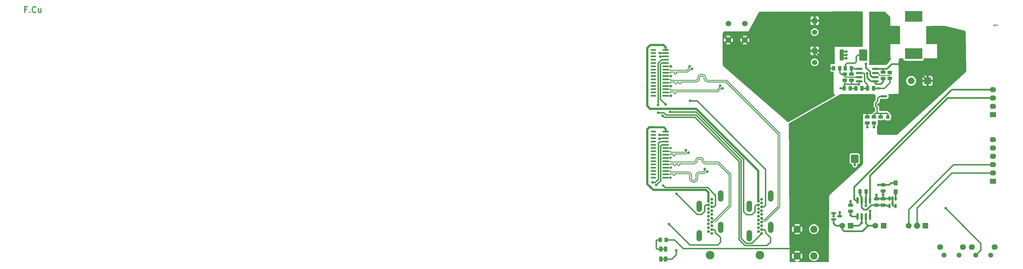
<source format=gbr>
%TF.GenerationSoftware,KiCad,Pcbnew,8.0.4-8.0.4-0~ubuntu22.04.1*%
%TF.CreationDate,2024-08-10T17:25:37-07:00*%
%TF.ProjectId,NX-J401-Adapter,4e582d4a-3430-4312-9d41-646170746572,3*%
%TF.SameCoordinates,Original*%
%TF.FileFunction,Copper,L1,Top*%
%TF.FilePolarity,Positive*%
%FSLAX46Y46*%
G04 Gerber Fmt 4.6, Leading zero omitted, Abs format (unit mm)*
G04 Created by KiCad (PCBNEW 8.0.4-8.0.4-0~ubuntu22.04.1) date 2024-08-10 17:25:37*
%MOMM*%
%LPD*%
G01*
G04 APERTURE LIST*
G04 Aperture macros list*
%AMRoundRect*
0 Rectangle with rounded corners*
0 $1 Rounding radius*
0 $2 $3 $4 $5 $6 $7 $8 $9 X,Y pos of 4 corners*
0 Add a 4 corners polygon primitive as box body*
4,1,4,$2,$3,$4,$5,$6,$7,$8,$9,$2,$3,0*
0 Add four circle primitives for the rounded corners*
1,1,$1+$1,$2,$3*
1,1,$1+$1,$4,$5*
1,1,$1+$1,$6,$7*
1,1,$1+$1,$8,$9*
0 Add four rect primitives between the rounded corners*
20,1,$1+$1,$2,$3,$4,$5,0*
20,1,$1+$1,$4,$5,$6,$7,0*
20,1,$1+$1,$6,$7,$8,$9,0*
20,1,$1+$1,$8,$9,$2,$3,0*%
%AMFreePoly0*
4,1,18,2.145000,-2.250000,-2.145000,-2.250000,-2.805000,-2.250000,-2.805000,-1.590000,-2.145000,-1.590000,-2.145000,-0.970000,-2.805000,-0.970000,-2.805000,-0.310000,-2.145000,-0.310000,-2.145000,0.310000,-2.805000,0.310000,-2.805000,0.970000,-2.145000,0.970000,-2.145000,1.590000,-2.805000,1.590000,-2.805000,2.250000,2.145000,2.250000,2.145000,-2.250000,2.145000,-2.250000,$1*%
G04 Aperture macros list end*
%ADD10C,0.300000*%
%TA.AperFunction,NonConductor*%
%ADD11C,0.300000*%
%TD*%
%TA.AperFunction,SMDPad,CuDef*%
%ADD12RoundRect,0.250000X2.050000X0.300000X-2.050000X0.300000X-2.050000X-0.300000X2.050000X-0.300000X0*%
%TD*%
%TA.AperFunction,SMDPad,CuDef*%
%ADD13RoundRect,0.250000X2.025000X2.375000X-2.025000X2.375000X-2.025000X-2.375000X2.025000X-2.375000X0*%
%TD*%
%TA.AperFunction,SMDPad,CuDef*%
%ADD14RoundRect,0.250002X4.449998X5.149998X-4.449998X5.149998X-4.449998X-5.149998X4.449998X-5.149998X0*%
%TD*%
%TA.AperFunction,SMDPad,CuDef*%
%ADD15R,0.750000X0.660000*%
%TD*%
%TA.AperFunction,SMDPad,CuDef*%
%ADD16FreePoly0,180.000000*%
%TD*%
%TA.AperFunction,SMDPad,CuDef*%
%ADD17R,1.850000X0.600000*%
%TD*%
%TA.AperFunction,SMDPad,CuDef*%
%ADD18R,1.650000X0.600000*%
%TD*%
%TA.AperFunction,SMDPad,CuDef*%
%ADD19RoundRect,0.250000X-0.450000X0.262500X-0.450000X-0.262500X0.450000X-0.262500X0.450000X0.262500X0*%
%TD*%
%TA.AperFunction,SMDPad,CuDef*%
%ADD20R,1.090000X1.500000*%
%TD*%
%TA.AperFunction,ComponentPad*%
%ADD21R,1.600000X1.600000*%
%TD*%
%TA.AperFunction,ComponentPad*%
%ADD22C,1.600000*%
%TD*%
%TA.AperFunction,ComponentPad*%
%ADD23C,1.498600*%
%TD*%
%TA.AperFunction,ComponentPad*%
%ADD24C,1.803400*%
%TD*%
%TA.AperFunction,SMDPad,CuDef*%
%ADD25RoundRect,0.250000X-0.475000X0.250000X-0.475000X-0.250000X0.475000X-0.250000X0.475000X0.250000X0*%
%TD*%
%TA.AperFunction,ComponentPad*%
%ADD26C,2.200000*%
%TD*%
%TA.AperFunction,SMDPad,CuDef*%
%ADD27RoundRect,0.250000X0.450000X-0.262500X0.450000X0.262500X-0.450000X0.262500X-0.450000X-0.262500X0*%
%TD*%
%TA.AperFunction,SMDPad,CuDef*%
%ADD28RoundRect,0.250000X0.262500X0.450000X-0.262500X0.450000X-0.262500X-0.450000X0.262500X-0.450000X0*%
%TD*%
%TA.AperFunction,ComponentPad*%
%ADD29R,1.778000X1.778000*%
%TD*%
%TA.AperFunction,ComponentPad*%
%ADD30C,1.905000*%
%TD*%
%TA.AperFunction,ComponentPad*%
%ADD31C,1.778000*%
%TD*%
%TA.AperFunction,SMDPad,CuDef*%
%ADD32RoundRect,0.250000X0.475000X-0.250000X0.475000X0.250000X-0.475000X0.250000X-0.475000X-0.250000X0*%
%TD*%
%TA.AperFunction,SMDPad,CuDef*%
%ADD33RoundRect,0.150000X0.825000X0.150000X-0.825000X0.150000X-0.825000X-0.150000X0.825000X-0.150000X0*%
%TD*%
%TA.AperFunction,SMDPad,CuDef*%
%ADD34RoundRect,0.250000X0.900000X-1.000000X0.900000X1.000000X-0.900000X1.000000X-0.900000X-1.000000X0*%
%TD*%
%TA.AperFunction,SMDPad,CuDef*%
%ADD35RoundRect,0.250000X-0.262500X-0.450000X0.262500X-0.450000X0.262500X0.450000X-0.262500X0.450000X0*%
%TD*%
%TA.AperFunction,ComponentPad*%
%ADD36R,2.000000X2.000000*%
%TD*%
%TA.AperFunction,ComponentPad*%
%ADD37C,2.000000*%
%TD*%
%TA.AperFunction,SMDPad,CuDef*%
%ADD38RoundRect,0.250000X0.300000X-0.300000X0.300000X0.300000X-0.300000X0.300000X-0.300000X-0.300000X0*%
%TD*%
%TA.AperFunction,ComponentPad*%
%ADD39C,1.701800*%
%TD*%
%TA.AperFunction,SMDPad,CuDef*%
%ADD40RoundRect,0.150000X-0.825000X-0.150000X0.825000X-0.150000X0.825000X0.150000X-0.825000X0.150000X0*%
%TD*%
%TA.AperFunction,SMDPad,CuDef*%
%ADD41RoundRect,0.250000X-0.362500X-1.425000X0.362500X-1.425000X0.362500X1.425000X-0.362500X1.425000X0*%
%TD*%
%TA.AperFunction,ComponentPad*%
%ADD42R,1.905000X1.600200*%
%TD*%
%TA.AperFunction,ComponentPad*%
%ADD43O,1.905000X1.600200*%
%TD*%
%TA.AperFunction,SMDPad,CuDef*%
%ADD44RoundRect,0.250000X0.250000X0.475000X-0.250000X0.475000X-0.250000X-0.475000X0.250000X-0.475000X0*%
%TD*%
%TA.AperFunction,ComponentPad*%
%ADD45C,0.889000*%
%TD*%
%TA.AperFunction,ComponentPad*%
%ADD46O,1.660000X3.460000*%
%TD*%
%TA.AperFunction,ComponentPad*%
%ADD47C,2.625000*%
%TD*%
%TA.AperFunction,SMDPad,CuDef*%
%ADD48R,1.200000X1.500000*%
%TD*%
%TA.AperFunction,SMDPad,CuDef*%
%ADD49RoundRect,0.250000X-0.250000X-0.475000X0.250000X-0.475000X0.250000X0.475000X-0.250000X0.475000X0*%
%TD*%
%TA.AperFunction,SMDPad,CuDef*%
%ADD50RoundRect,0.150000X-0.587500X-0.150000X0.587500X-0.150000X0.587500X0.150000X-0.587500X0.150000X0*%
%TD*%
%TA.AperFunction,SMDPad,CuDef*%
%ADD51RoundRect,0.150000X-0.150000X0.512500X-0.150000X-0.512500X0.150000X-0.512500X0.150000X0.512500X0*%
%TD*%
%TA.AperFunction,SMDPad,CuDef*%
%ADD52R,3.265000X5.210000*%
%TD*%
%TA.AperFunction,SMDPad,CuDef*%
%ADD53R,5.210000X3.275000*%
%TD*%
%TA.AperFunction,SMDPad,CuDef*%
%ADD54RoundRect,0.150000X-0.150000X0.825000X-0.150000X-0.825000X0.150000X-0.825000X0.150000X0.825000X0*%
%TD*%
%TA.AperFunction,ViaPad*%
%ADD55C,0.812800*%
%TD*%
%TA.AperFunction,ViaPad*%
%ADD56C,0.711200*%
%TD*%
%TA.AperFunction,Conductor*%
%ADD57C,0.254000*%
%TD*%
%TA.AperFunction,Conductor*%
%ADD58C,0.381000*%
%TD*%
%TA.AperFunction,Conductor*%
%ADD59C,0.508000*%
%TD*%
%TA.AperFunction,Conductor*%
%ADD60C,0.762000*%
%TD*%
%TA.AperFunction,Conductor*%
%ADD61C,0.259588*%
%TD*%
%TA.AperFunction,Conductor*%
%ADD62C,0.635000*%
%TD*%
%TA.AperFunction,Conductor*%
%ADD63C,0.609600*%
%TD*%
%TA.AperFunction,Conductor*%
%ADD64C,0.304800*%
%TD*%
G04 APERTURE END LIST*
D10*
D11*
G36*
X327846151Y-86264114D02*
G01*
X327846151Y-86622785D01*
X327650146Y-86622785D01*
X327645956Y-86530678D01*
X327633385Y-86448533D01*
X327612434Y-86376347D01*
X327574459Y-86300123D01*
X327523390Y-86239462D01*
X327459226Y-86194364D01*
X327381968Y-86164829D01*
X327381968Y-85968824D01*
X328878200Y-85968824D01*
X328878200Y-86264114D01*
X327846151Y-86264114D01*
G37*
D10*
D11*
X33217368Y-81385474D02*
X32624701Y-81385474D01*
X32624701Y-82316807D02*
X32624701Y-80538807D01*
X32624701Y-80538807D02*
X33471368Y-80538807D01*
X34148701Y-82147474D02*
X34233368Y-82232141D01*
X34233368Y-82232141D02*
X34148701Y-82316807D01*
X34148701Y-82316807D02*
X34064034Y-82232141D01*
X34064034Y-82232141D02*
X34148701Y-82147474D01*
X34148701Y-82147474D02*
X34148701Y-82316807D01*
X36011368Y-82147474D02*
X35926701Y-82232141D01*
X35926701Y-82232141D02*
X35672701Y-82316807D01*
X35672701Y-82316807D02*
X35503368Y-82316807D01*
X35503368Y-82316807D02*
X35249368Y-82232141D01*
X35249368Y-82232141D02*
X35080035Y-82062807D01*
X35080035Y-82062807D02*
X34995368Y-81893474D01*
X34995368Y-81893474D02*
X34910701Y-81554807D01*
X34910701Y-81554807D02*
X34910701Y-81300807D01*
X34910701Y-81300807D02*
X34995368Y-80962141D01*
X34995368Y-80962141D02*
X35080035Y-80792807D01*
X35080035Y-80792807D02*
X35249368Y-80623474D01*
X35249368Y-80623474D02*
X35503368Y-80538807D01*
X35503368Y-80538807D02*
X35672701Y-80538807D01*
X35672701Y-80538807D02*
X35926701Y-80623474D01*
X35926701Y-80623474D02*
X36011368Y-80708141D01*
X37535368Y-81131474D02*
X37535368Y-82316807D01*
X36773368Y-81131474D02*
X36773368Y-82062807D01*
X36773368Y-82062807D02*
X36858035Y-82232141D01*
X36858035Y-82232141D02*
X37027368Y-82316807D01*
X37027368Y-82316807D02*
X37281368Y-82316807D01*
X37281368Y-82316807D02*
X37450701Y-82232141D01*
X37450701Y-82232141D02*
X37535368Y-82147474D01*
D12*
%TO.P,D1,1,A*%
%TO.N,/Power Supply/SW*%
X292100000Y-89916000D03*
D13*
%TO.P,D1,2,K*%
%TO.N,/+18V_OUT*%
X285375000Y-90151000D03*
X285375000Y-84601000D03*
D14*
X282950000Y-87376000D03*
D13*
X280525000Y-90151000D03*
X280525000Y-84601000D03*
D12*
%TO.P,D1,3,A*%
%TO.N,/Power Supply/SW*%
X292100000Y-84836000D03*
%TD*%
D15*
%TO.P,Q1,1,S*%
%TO.N,/Power Supply/Q_S*%
X288655000Y-94092000D03*
%TO.P,Q1,2,S*%
X288655000Y-95372000D03*
%TO.P,Q1,3,S*%
X288655000Y-96652000D03*
%TO.P,Q1,4,G*%
%TO.N,Net-(Q1-G)*%
X288655000Y-97932000D03*
D16*
%TO.P,Q1,5,D*%
%TO.N,/Power Supply/SW*%
X291725000Y-96012000D03*
%TD*%
D17*
%TO.P,J2,1,Pin_1*%
%TO.N,/MIPI-HDMI-2/GND_MIPI*%
X227670000Y-107685500D03*
D18*
%TO.P,J2,1_1*%
%TO.N,N/C*%
X223920000Y-107685500D03*
D17*
%TO.P,J2,2,Pin_2*%
%TO.N,/MIPI-HDMI-2/CAM_D0_N*%
X227670000Y-106685500D03*
D18*
%TO.P,J2,2_1*%
%TO.N,N/C*%
X223920000Y-106685500D03*
D17*
%TO.P,J2,3,Pin_3*%
%TO.N,/MIPI-HDMI-2/CAM_D0_P*%
X227670000Y-105685500D03*
D18*
%TO.P,J2,3_1*%
%TO.N,N/C*%
X223920000Y-105685500D03*
D17*
%TO.P,J2,4,Pin_4*%
%TO.N,/MIPI-HDMI-2/GND_MIPI*%
X227670000Y-104685500D03*
D18*
%TO.P,J2,4_1*%
%TO.N,N/C*%
X223920000Y-104685500D03*
D17*
%TO.P,J2,5,Pin_5*%
%TO.N,/MIPI-HDMI-2/CAM_D1_N*%
X227670000Y-103685500D03*
D18*
%TO.P,J2,5_1*%
%TO.N,N/C*%
X223920000Y-103685500D03*
D17*
%TO.P,J2,6,Pin_6*%
%TO.N,/MIPI-HDMI-2/CAM_D1_P*%
X227670000Y-102685500D03*
D18*
%TO.P,J2,6_1*%
%TO.N,N/C*%
X223920000Y-102685500D03*
D17*
%TO.P,J2,7,Pin_7*%
%TO.N,/MIPI-HDMI-2/GND_MIPI*%
X227670000Y-101685500D03*
D18*
%TO.P,J2,7_1*%
%TO.N,N/C*%
X223920000Y-101685500D03*
D17*
%TO.P,J2,8,Pin_8*%
%TO.N,/MIPI-HDMI-2/CAM_CK_N*%
X227670000Y-100685500D03*
D18*
%TO.P,J2,8_1*%
%TO.N,N/C*%
X223920000Y-100685500D03*
D17*
%TO.P,J2,9,Pin_9*%
%TO.N,/MIPI-HDMI-2/CAM_CK_P*%
X227670000Y-99685500D03*
D18*
%TO.P,J2,9_1*%
%TO.N,N/C*%
X223920000Y-99685500D03*
D17*
%TO.P,J2,10,Pin_10*%
%TO.N,/MIPI-HDMI-2/GND_MIPI*%
X227670000Y-98685500D03*
D18*
%TO.P,J2,10_1*%
%TO.N,N/C*%
X223920000Y-98685500D03*
D17*
%TO.P,J2,11,Pin_11*%
%TO.N,/MIPI-HDMI-2/PWR_DN_LS*%
X227670000Y-97685500D03*
D18*
%TO.P,J2,11_1*%
%TO.N,N/C*%
X223920000Y-97685500D03*
D17*
%TO.P,J2,12,Pin_12*%
%TO.N,/MIPI-HDMI-2/CAM_MCLK*%
X227670000Y-96685500D03*
D18*
%TO.P,J2,12_1*%
%TO.N,N/C*%
X223920000Y-96685500D03*
D17*
%TO.P,J2,13,Pin_13*%
%TO.N,/MIPI-HDMI-2/CAM_SCL*%
X227670000Y-95685500D03*
D18*
%TO.P,J2,13_1*%
%TO.N,N/C*%
X223920000Y-95685500D03*
D17*
%TO.P,J2,14,Pin_14*%
%TO.N,/MIPI-HDMI-2/CAM_SDA*%
X227670000Y-94685500D03*
D18*
%TO.P,J2,14_1*%
%TO.N,N/C*%
X223920000Y-94685500D03*
D17*
%TO.P,J2,15,Pin_15*%
%TO.N,/MIPI-HDMI-2/CAM_3V3*%
X227670000Y-93685500D03*
D18*
%TO.P,J2,15_1*%
%TO.N,N/C*%
X223920000Y-93685500D03*
%TD*%
D19*
%TO.P,R8,1*%
%TO.N,Net-(D2-A)*%
X293116000Y-114149500D03*
%TO.P,R8,2*%
%TO.N,/Power Supply/V_IN*%
X293116000Y-115974500D03*
%TD*%
D20*
%TO.P,D5,1,Red-K*%
%TO.N,Net-(D5A-Red-K)*%
X227687000Y-154432000D03*
%TO.P,D5,2,RedA*%
%TO.N,GND*%
X227687000Y-157432000D03*
%TO.P,D5,3,Green-A*%
%TO.N,Net-(D5A-Red-K)*%
X226187000Y-154432000D03*
%TO.P,D5,4,Green-K*%
%TO.N,GND*%
X226187000Y-157432000D03*
%TD*%
D21*
%TO.P,C2,1*%
%TO.N,/+18V_OUT*%
X273050000Y-93980000D03*
D22*
%TO.P,C2,2*%
%TO.N,GND*%
X273050000Y-97480000D03*
%TD*%
D23*
%TO.P,SW2,1,1*%
%TO.N,/~{REC}*%
X322108000Y-156285700D03*
%TO.P,SW2,2,2*%
%TO.N,/RTN*%
X326608001Y-156285700D03*
D24*
%TO.P,SW2,3*%
%TO.N,N/C*%
X320858001Y-153785824D03*
%TO.P,SW2,4*%
X327858000Y-153785824D03*
%TD*%
D25*
%TO.P,C8,1*%
%TO.N,/V_BAT*%
X289052000Y-114112000D03*
%TO.P,C8,2*%
%TO.N,GND*%
X289052000Y-116012000D03*
%TD*%
D21*
%TO.P,C1,1*%
%TO.N,/+18V_OUT*%
X273050000Y-84785200D03*
D22*
%TO.P,C1,2*%
%TO.N,GND*%
X273050000Y-88285200D03*
%TD*%
D26*
%TO.P,J9,1,Pin_1*%
%TO.N,/V_BAT*%
X267741400Y-148365600D03*
X267741400Y-156565600D03*
%TO.P,J9,2,Pin_2*%
%TO.N,GND*%
X272821400Y-148365600D03*
X272821400Y-156565600D03*
%TD*%
D27*
%TO.P,R5,1*%
%TO.N,GND*%
X282168600Y-102918900D03*
%TO.P,R5,2*%
%TO.N,Net-(U1-FB)*%
X282168600Y-101093900D03*
%TD*%
D28*
%TO.P,R2,1*%
%TO.N,Net-(U1-FB)*%
X280642700Y-99288600D03*
%TO.P,R2,2*%
%TO.N,/+18V_OUT*%
X278817700Y-99288600D03*
%TD*%
D29*
%TO.P,J8,1,Pin_1*%
%TO.N,/RTN*%
X306705000Y-147320000D03*
D30*
%TO.P,J8,2,Pin_2*%
%TO.N,/UART2_RXD*%
X304165000Y-147320000D03*
D31*
%TO.P,J8,3,Pin_3*%
%TO.N,/UART2_TXD*%
X301625000Y-147320000D03*
%TD*%
D29*
%TO.P,J6,1,Pin_1*%
%TO.N,/CAN_L*%
X294081200Y-147294600D03*
D31*
%TO.P,J6,2,Pin_2*%
%TO.N,/CAN_H*%
X291541200Y-147294600D03*
%TD*%
D32*
%TO.P,C12,1*%
%TO.N,/NX CAN/+5V*%
X293878000Y-141031000D03*
%TO.P,C12,2*%
%TO.N,GNDD*%
X293878000Y-139131000D03*
%TD*%
D33*
%TO.P,Q2,1,S*%
%TO.N,/Power Supply/V_IN*%
X294067000Y-111633000D03*
%TO.P,Q2,2,S*%
X294067000Y-110363000D03*
%TO.P,Q2,3,S*%
X294067000Y-109093000D03*
%TO.P,Q2,4,G*%
%TO.N,Net-(D2-A)*%
X294067000Y-107823000D03*
%TO.P,Q2,5,D*%
%TO.N,/V_BAT*%
X289117000Y-107823000D03*
%TO.P,Q2,6,D*%
X289117000Y-109093000D03*
%TO.P,Q2,7,D*%
X289117000Y-110363000D03*
%TO.P,Q2,8,D*%
X289117000Y-111633000D03*
%TD*%
D23*
%TO.P,SW1,1,1*%
%TO.N,/~{SYS_RESET}*%
X312456000Y-156285700D03*
%TO.P,SW1,2,2*%
%TO.N,/RTN*%
X316956001Y-156285700D03*
D24*
%TO.P,SW1,3*%
%TO.N,N/C*%
X311206001Y-153785824D03*
%TO.P,SW1,4*%
X318206000Y-153785824D03*
%TD*%
D34*
%TO.P,D3,1,A1*%
%TO.N,GND*%
X285242000Y-126864000D03*
%TO.P,D3,2,A2*%
%TO.N,/V_BAT*%
X285242000Y-122564000D03*
%TD*%
D27*
%TO.P,R4,1*%
%TO.N,GND*%
X295910000Y-102385540D03*
%TO.P,R4,2*%
%TO.N,Net-(U1-FA{slash}SD)*%
X295910000Y-100560540D03*
%TD*%
D35*
%TO.P,R9,1*%
%TO.N,Net-(D5A-Red-K)*%
X226036500Y-151663400D03*
%TO.P,R9,2*%
%TO.N,/V_BAT*%
X227861500Y-151663400D03*
%TD*%
D36*
%TO.P,C5,1*%
%TO.N,/Power Supply/V_IN*%
X307421677Y-103124000D03*
D37*
%TO.P,C5,2*%
%TO.N,GND*%
X302421677Y-103124000D03*
%TD*%
D38*
%TO.P,D2,1,K*%
%TO.N,/Power Supply/V_IN*%
X295275000Y-116970000D03*
%TO.P,D2,2,A*%
%TO.N,Net-(D2-A)*%
X295275000Y-114170000D03*
%TD*%
D39*
%TO.P,J1,1,Pin_1*%
%TO.N,/+18V_OUT*%
X246786400Y-90674200D03*
X251786400Y-90674200D03*
%TO.P,J1,2,Pin_2*%
%TO.N,GND*%
X246786400Y-85674200D03*
X251786400Y-85674200D03*
%TD*%
D40*
%TO.P,U1,1,I_{SEN}*%
%TO.N,Net-(U1-I_{SEN})*%
X286577000Y-99441000D03*
%TO.P,U1,2,COMP*%
%TO.N,Net-(U1-COMP)*%
X286577000Y-100711000D03*
%TO.P,U1,3,FB*%
%TO.N,Net-(U1-FB)*%
X286577000Y-101981000D03*
%TO.P,U1,4,AGND*%
%TO.N,GND*%
X286577000Y-103251000D03*
%TO.P,U1,5,PGND*%
X291527000Y-103251000D03*
%TO.P,U1,6,DR*%
%TO.N,Net-(Q1-G)*%
X291527000Y-101981000D03*
%TO.P,U1,7,FA/SD*%
%TO.N,Net-(U1-FA{slash}SD)*%
X291527000Y-100711000D03*
%TO.P,U1,8,V_{IN}*%
%TO.N,/Power Supply/V_IN*%
X291527000Y-99441000D03*
%TD*%
D35*
%TO.P,R6,1*%
%TO.N,GND*%
X282043500Y-105410000D03*
%TO.P,R6,2*%
%TO.N,Net-(C6-Pad2)*%
X283868500Y-105410000D03*
%TD*%
D41*
%TO.P,R1,1*%
%TO.N,GND*%
X281263500Y-95250000D03*
%TO.P,R1,2*%
%TO.N,/Power Supply/Q_S*%
X287188500Y-95250000D03*
%TD*%
D29*
%TO.P,J7,1,Pin_1*%
%TO.N,/CAN_L*%
X283946600Y-147320000D03*
D31*
%TO.P,J7,2,Pin_2*%
%TO.N,/CAN_H*%
X281406600Y-147320000D03*
%TD*%
D42*
%TO.P,J5,1,Pin_1*%
%TO.N,/RTN*%
X327304400Y-133756400D03*
D43*
%TO.P,J5,2,Pin_2*%
%TO.N,/UART2_RXD*%
X327304400Y-131216400D03*
%TO.P,J5,3,Pin_3*%
%TO.N,/UART2_TXD*%
X327304400Y-128676400D03*
%TO.P,J5,4,Pin_4*%
%TO.N,/~{SYS_RESET}*%
X327304400Y-126136400D03*
%TO.P,J5,5,Pin_5*%
%TO.N,/RTN*%
X327304400Y-123596400D03*
%TO.P,J5,6,Pin_6*%
%TO.N,/~{REC}*%
X327304400Y-121056400D03*
%TD*%
D32*
%TO.P,C11,1*%
%TO.N,/NX CAN/+5V*%
X291846000Y-141031000D03*
%TO.P,C11,2*%
%TO.N,GNDD*%
X291846000Y-139131000D03*
%TD*%
D35*
%TO.P,R3,1*%
%TO.N,/Power Supply/Q_S*%
X282375600Y-99288600D03*
%TO.P,R3,2*%
%TO.N,Net-(U1-I_{SEN})*%
X284200600Y-99288600D03*
%TD*%
D44*
%TO.P,C6,1*%
%TO.N,Net-(U1-COMP)*%
X287462000Y-105410000D03*
%TO.P,C6,2*%
%TO.N,Net-(C6-Pad2)*%
X285562000Y-105410000D03*
%TD*%
D17*
%TO.P,J4,1,Pin_1*%
%TO.N,/MIPI-HDMI-1/GND_MIPI*%
X227670000Y-132628300D03*
D18*
%TO.P,J4,1_1*%
%TO.N,N/C*%
X223920000Y-132628300D03*
D17*
%TO.P,J4,2,Pin_2*%
%TO.N,/MIPI-HDMI-1/CAM_D0_N*%
X227670000Y-131628300D03*
D18*
%TO.P,J4,2_1*%
%TO.N,N/C*%
X223920000Y-131628300D03*
D17*
%TO.P,J4,3,Pin_3*%
%TO.N,/MIPI-HDMI-1/CAM_D0_P*%
X227670000Y-130628300D03*
D18*
%TO.P,J4,3_1*%
%TO.N,N/C*%
X223920000Y-130628300D03*
D17*
%TO.P,J4,4,Pin_4*%
%TO.N,/MIPI-HDMI-1/GND_MIPI*%
X227670000Y-129628300D03*
D18*
%TO.P,J4,4_1*%
%TO.N,N/C*%
X223920000Y-129628300D03*
D17*
%TO.P,J4,5,Pin_5*%
%TO.N,/MIPI-HDMI-1/CAM_D1_N*%
X227670000Y-128628300D03*
D18*
%TO.P,J4,5_1*%
%TO.N,N/C*%
X223920000Y-128628300D03*
D17*
%TO.P,J4,6,Pin_6*%
%TO.N,/MIPI-HDMI-1/CAM_D1_P*%
X227670000Y-127628300D03*
D18*
%TO.P,J4,6_1*%
%TO.N,N/C*%
X223920000Y-127628300D03*
D17*
%TO.P,J4,7,Pin_7*%
%TO.N,/MIPI-HDMI-1/GND_MIPI*%
X227670000Y-126628300D03*
D18*
%TO.P,J4,7_1*%
%TO.N,N/C*%
X223920000Y-126628300D03*
D17*
%TO.P,J4,8,Pin_8*%
%TO.N,/MIPI-HDMI-1/CAM_CK_N*%
X227670000Y-125628300D03*
D18*
%TO.P,J4,8_1*%
%TO.N,N/C*%
X223920000Y-125628300D03*
D17*
%TO.P,J4,9,Pin_9*%
%TO.N,/MIPI-HDMI-1/CAM_CK_P*%
X227670000Y-124628300D03*
D18*
%TO.P,J4,9_1*%
%TO.N,N/C*%
X223920000Y-124628300D03*
D17*
%TO.P,J4,10,Pin_10*%
%TO.N,/MIPI-HDMI-1/GND_MIPI*%
X227670000Y-123628300D03*
D18*
%TO.P,J4,10_1*%
%TO.N,N/C*%
X223920000Y-123628300D03*
D17*
%TO.P,J4,11,Pin_11*%
%TO.N,/MIPI-HDMI-1/PWR_DN_LS*%
X227670000Y-122628300D03*
D18*
%TO.P,J4,11_1*%
%TO.N,N/C*%
X223920000Y-122628300D03*
D17*
%TO.P,J4,12,Pin_12*%
%TO.N,/MIPI-HDMI-1/CAM_MCLK*%
X227670000Y-121628300D03*
D18*
%TO.P,J4,12_1*%
%TO.N,N/C*%
X223920000Y-121628300D03*
D17*
%TO.P,J4,13,Pin_13*%
%TO.N,/MIPI-HDMI-1/CAM_SCL*%
X227670000Y-120628300D03*
D18*
%TO.P,J4,13_1*%
%TO.N,N/C*%
X223920000Y-120628300D03*
D17*
%TO.P,J4,14,Pin_14*%
%TO.N,/MIPI-HDMI-1/CAM_SDA*%
X227670000Y-119628300D03*
D18*
%TO.P,J4,14_1*%
%TO.N,N/C*%
X223920000Y-119628300D03*
D17*
%TO.P,J4,15,Pin_15*%
%TO.N,/MIPI-HDMI-1/CAM_3V3*%
X227670000Y-118628300D03*
D18*
%TO.P,J4,15_1*%
%TO.N,N/C*%
X223920000Y-118628300D03*
%TD*%
D42*
%TO.P,J3,1,Pin_1*%
%TO.N,GNDD*%
X327304400Y-113436400D03*
D43*
%TO.P,J3,2,Pin_2*%
%TO.N,/3V3_CAN*%
X327304400Y-110896400D03*
%TO.P,J3,3,Pin_3*%
%TO.N,/CAN_TX*%
X327304400Y-108356400D03*
%TO.P,J3,4,Pin_4*%
%TO.N,/CAN_RX*%
X327304400Y-105816400D03*
%TD*%
D25*
%TO.P,C4,1*%
%TO.N,Net-(U1-I_{SEN})*%
X284200600Y-101056400D03*
%TO.P,C4,2*%
%TO.N,GND*%
X284200600Y-102956400D03*
%TD*%
D32*
%TO.P,C13,1*%
%TO.N,/3V3_CAN*%
X283972000Y-142936000D03*
%TO.P,C13,2*%
%TO.N,GNDD*%
X283972000Y-141036000D03*
%TD*%
D45*
%TO.P,J10,1,D2+*%
%TO.N,/MIPI-HDMI-1/CAM_MCLK*%
X241697000Y-149636400D03*
%TO.P,J10,2,D2S*%
%TO.N,/MIPI-HDMI-1/GND_MIPI*%
X240697000Y-149058900D03*
%TO.P,J10,3,D2-*%
%TO.N,/MIPI-HDMI-1/PWR_DN_LS*%
X241697000Y-148481400D03*
%TO.P,J10,4,D1+*%
%TO.N,/MIPI-HDMI-1/CAM_CK_P*%
X240697000Y-147903900D03*
%TO.P,J10,5,D1S*%
%TO.N,/MIPI-HDMI-1/GND_MIPI*%
X241697000Y-147326400D03*
%TO.P,J10,6,D1-*%
%TO.N,/MIPI-HDMI-1/CAM_CK_N*%
X240697000Y-146748900D03*
%TO.P,J10,7,D0+*%
%TO.N,/MIPI-HDMI-1/CAM_D1_P*%
X241697000Y-146171400D03*
%TO.P,J10,8,D0S*%
%TO.N,/MIPI-HDMI-1/GND_MIPI*%
X240697000Y-145593900D03*
%TO.P,J10,9,D0-*%
%TO.N,/MIPI-HDMI-1/CAM_D1_N*%
X241697000Y-145016400D03*
%TO.P,J10,10,CK+*%
%TO.N,/MIPI-HDMI-1/CAM_D0_P*%
X240697000Y-144438900D03*
%TO.P,J10,11,CKS*%
%TO.N,/MIPI-HDMI-1/GND_MIPI*%
X241697000Y-143861400D03*
%TO.P,J10,12,CK-*%
%TO.N,/MIPI-HDMI-1/CAM_D0_N*%
X240697000Y-143283900D03*
%TO.P,J10,13,CEC*%
%TO.N,unconnected-(J10-CEC-Pad13)*%
X241697000Y-142706400D03*
%TO.P,J10,14,UTILITY*%
%TO.N,unconnected-(J10-UTILITY-Pad14)*%
X240697000Y-142128900D03*
%TO.P,J10,15,SCL*%
%TO.N,/MIPI-HDMI-1/CAM_SCL*%
X241697000Y-141551400D03*
%TO.P,J10,16,SDA*%
%TO.N,/MIPI-HDMI-1/CAM_SDA*%
X240697000Y-140973900D03*
%TO.P,J10,17,GND*%
%TO.N,/MIPI-HDMI-1/GND_MIPI*%
X241697000Y-140396400D03*
%TO.P,J10,18,+5V*%
%TO.N,/MIPI-HDMI-1/CAM_3V3*%
X240697000Y-139818900D03*
%TO.P,J10,19,HPD*%
%TO.N,unconnected-(J10-HPD-Pad19)*%
X241697000Y-139241400D03*
D46*
%TO.P,J10,SH,SH*%
%TO.N,/MIPI-HDMI-1/GND_MIPI*%
X237947000Y-141386400D03*
X237947000Y-150386400D03*
D47*
X241197000Y-156316400D03*
D46*
X244447000Y-138286400D03*
X244447000Y-147786400D03*
%TD*%
D48*
%TO.P,L2,1,1*%
%TO.N,/3V3_CAN*%
X297688000Y-134286000D03*
%TO.P,L2,2,2*%
%TO.N,Net-(U2-SW)*%
X297688000Y-136986000D03*
%TD*%
D45*
%TO.P,J11,1,D2+*%
%TO.N,/MIPI-HDMI-2/CAM_MCLK*%
X256911600Y-149636400D03*
%TO.P,J11,2,D2S*%
%TO.N,/MIPI-HDMI-2/GND_MIPI*%
X255911600Y-149058900D03*
%TO.P,J11,3,D2-*%
%TO.N,/MIPI-HDMI-2/PWR_DN_LS*%
X256911600Y-148481400D03*
%TO.P,J11,4,D1+*%
%TO.N,/MIPI-HDMI-2/CAM_CK_P*%
X255911600Y-147903900D03*
%TO.P,J11,5,D1S*%
%TO.N,/MIPI-HDMI-2/GND_MIPI*%
X256911600Y-147326400D03*
%TO.P,J11,6,D1-*%
%TO.N,/MIPI-HDMI-2/CAM_CK_N*%
X255911600Y-146748900D03*
%TO.P,J11,7,D0+*%
%TO.N,/MIPI-HDMI-2/CAM_D1_P*%
X256911600Y-146171400D03*
%TO.P,J11,8,D0S*%
%TO.N,/MIPI-HDMI-2/GND_MIPI*%
X255911600Y-145593900D03*
%TO.P,J11,9,D0-*%
%TO.N,/MIPI-HDMI-2/CAM_D1_N*%
X256911600Y-145016400D03*
%TO.P,J11,10,CK+*%
%TO.N,/MIPI-HDMI-2/CAM_D0_P*%
X255911600Y-144438900D03*
%TO.P,J11,11,CKS*%
%TO.N,/MIPI-HDMI-2/GND_MIPI*%
X256911600Y-143861400D03*
%TO.P,J11,12,CK-*%
%TO.N,/MIPI-HDMI-2/CAM_D0_N*%
X255911600Y-143283900D03*
%TO.P,J11,13,CEC*%
%TO.N,unconnected-(J11-CEC-Pad13)*%
X256911600Y-142706400D03*
%TO.P,J11,14,UTILITY*%
%TO.N,unconnected-(J11-UTILITY-Pad14)*%
X255911600Y-142128900D03*
%TO.P,J11,15,SCL*%
%TO.N,/MIPI-HDMI-2/CAM_SCL*%
X256911600Y-141551400D03*
%TO.P,J11,16,SDA*%
%TO.N,/MIPI-HDMI-2/CAM_SDA*%
X255911600Y-140973900D03*
%TO.P,J11,17,GND*%
%TO.N,/MIPI-HDMI-2/GND_MIPI*%
X256911600Y-140396400D03*
%TO.P,J11,18,+5V*%
%TO.N,/MIPI-HDMI-2/CAM_3V3*%
X255911600Y-139818900D03*
%TO.P,J11,19,HPD*%
%TO.N,unconnected-(J11-HPD-Pad19)*%
X256911600Y-139241400D03*
D46*
%TO.P,J11,SH,SH*%
%TO.N,/MIPI-HDMI-2/GND_MIPI*%
X253161600Y-141386400D03*
X253161600Y-150386400D03*
D47*
X256411600Y-156316400D03*
D46*
X259661600Y-138286400D03*
X259661600Y-147786400D03*
%TD*%
D49*
%TO.P,C7,1*%
%TO.N,Net-(U1-COMP)*%
X289118000Y-105410000D03*
%TO.P,C7,2*%
%TO.N,GND*%
X291018000Y-105410000D03*
%TD*%
D50*
%TO.P,D4,1,K1*%
%TO.N,/CAN_L*%
X278792700Y-143485700D03*
%TO.P,D4,2,K1*%
%TO.N,/CAN_H*%
X278792700Y-145385700D03*
%TO.P,D4,3,KK*%
%TO.N,GNDD*%
X280667700Y-144435700D03*
%TD*%
D27*
%TO.P,R7,1*%
%TO.N,GND*%
X291084000Y-115974500D03*
%TO.P,R7,2*%
%TO.N,Net-(D2-A)*%
X291084000Y-114149500D03*
%TD*%
D51*
%TO.P,U2,1,SW*%
%TO.N,Net-(U2-SW)*%
X297688000Y-139019700D03*
%TO.P,U2,2,GND*%
%TO.N,GNDD*%
X296738000Y-139019700D03*
%TO.P,U2,3,NC*%
X295788000Y-139019700D03*
%TO.P,U2,4,VOUT*%
%TO.N,/NX CAN/+5V*%
X295788000Y-141294700D03*
%TO.P,U2,5,NC*%
%TO.N,GNDD*%
X297688000Y-141294700D03*
%TD*%
D52*
%TO.P,L1,1,1*%
%TO.N,/Power Supply/V_IN*%
X308887500Y-89154000D03*
%TO.P,L1,2,2*%
%TO.N,/Power Supply/SW*%
X297422500Y-89154000D03*
D53*
%TO.P,L1,3,3*%
%TO.N,GND*%
X303155000Y-94831500D03*
%TO.P,L1,4,4*%
X303155000Y-83476500D03*
%TD*%
D25*
%TO.P,C3,1*%
%TO.N,/Power Supply/V_IN*%
X293878000Y-100523040D03*
%TO.P,C3,2*%
%TO.N,GND*%
X293878000Y-102423040D03*
%TD*%
%TO.P,C9,1*%
%TO.N,/3V3_CAN*%
X293878000Y-134838400D03*
%TO.P,C9,2*%
%TO.N,GNDD*%
X293878000Y-136738400D03*
%TD*%
D49*
%TO.P,C10,1*%
%TO.N,/NX CAN/+5V*%
X286832000Y-136906000D03*
%TO.P,C10,2*%
%TO.N,GNDD*%
X288732000Y-136906000D03*
%TD*%
D54*
%TO.P,U3,1,TXD*%
%TO.N,/CAN_TX*%
X289864800Y-139587200D03*
%TO.P,U3,2,V_{SS}*%
%TO.N,GNDD*%
X288594800Y-139587200D03*
%TO.P,U3,3,V_{DD}*%
%TO.N,/NX CAN/+5V*%
X287324800Y-139587200D03*
%TO.P,U3,4,RXD*%
%TO.N,/CAN_RX*%
X286054800Y-139587200D03*
%TO.P,U3,5,V_{IO}*%
%TO.N,/3V3_CAN*%
X286054800Y-144537200D03*
%TO.P,U3,6,CANL*%
%TO.N,/CAN_L*%
X287324800Y-144537200D03*
%TO.P,U3,7,CANH*%
%TO.N,/CAN_H*%
X288594800Y-144537200D03*
%TO.P,U3,8,S*%
%TO.N,GNDD*%
X289864800Y-144537200D03*
%TD*%
D55*
%TO.N,GND*%
X289052000Y-117221010D03*
X282702000Y-96266000D03*
X282701982Y-94234000D03*
D56*
X280898600Y-105359200D03*
X286512000Y-104266998D03*
D55*
X303174400Y-83515200D03*
X289065822Y-100813988D03*
X285242000Y-128778000D03*
X230886000Y-154863800D03*
X282702000Y-95250000D03*
X303174400Y-94843600D03*
X292455600Y-105410000D03*
X291084000Y-117221000D03*
%TO.N,/+18V_OUT*%
X276606000Y-91948000D03*
X276606000Y-84836000D03*
X277622000Y-86614000D03*
X277622000Y-83058000D03*
X277622000Y-90170000D03*
X276606000Y-88392000D03*
%TO.N,/Power Supply/V_IN*%
X292430204Y-110362988D03*
X311150000Y-89154000D03*
X295783000Y-111633000D03*
X311150000Y-87122000D03*
X295783034Y-109093000D03*
X297180008Y-110388408D03*
X311150000Y-91186000D03*
%TO.N,/MIPI-HDMI-2/GND_MIPI*%
X229235000Y-98679000D03*
X229260400Y-104698800D03*
X229235000Y-107721400D03*
X229260400Y-101676200D03*
%TO.N,/MIPI-HDMI-2/CAM_D0_N*%
X245004571Y-105355371D03*
%TO.N,/MIPI-HDMI-2/CAM_D0_P*%
X244250229Y-104601029D03*
%TO.N,/MIPI-HDMI-2/CAM_CK_N*%
X235682771Y-99437171D03*
%TO.N,/MIPI-HDMI-2/CAM_CK_P*%
X234928429Y-98682829D03*
%TO.N,/MIPI-HDMI-2/PWR_DN_LS*%
X227685600Y-110337600D03*
X226745804Y-113766596D03*
%TO.N,/MIPI-HDMI-2/CAM_MCLK*%
X225386900Y-110439200D03*
X225399600Y-112826800D03*
%TO.N,/MIPI-HDMI-2/CAM_SCL*%
X235077000Y-109194600D03*
X226034600Y-95732600D03*
%TO.N,/MIPI-HDMI-2/CAM_SDA*%
X225880128Y-94677041D03*
X229006400Y-112623600D03*
D56*
%TO.N,/MIPI-HDMI-1/GND_MIPI*%
X229209600Y-132638800D03*
X229209600Y-126593600D03*
X229235000Y-129616200D03*
X229209600Y-123621800D03*
D55*
%TO.N,/MIPI-HDMI-1/CAM_D0_N*%
X240381771Y-130780771D03*
%TO.N,/MIPI-HDMI-1/CAM_D0_P*%
X239627429Y-130026429D03*
%TO.N,/MIPI-HDMI-1/CAM_CK_N*%
X234641371Y-125014971D03*
%TO.N,/MIPI-HDMI-1/CAM_CK_P*%
X233887029Y-124260629D03*
%TO.N,/MIPI-HDMI-1/PWR_DN_LS*%
X228676200Y-146786600D03*
X224802358Y-134899999D03*
%TO.N,/MIPI-HDMI-1/CAM_MCLK*%
X223697800Y-134137400D03*
D56*
%TO.N,/MIPI-HDMI-1/CAM_SCL*%
X226872800Y-135026400D03*
D55*
X225780600Y-120777000D03*
%TO.N,/MIPI-HDMI-1/CAM_SDA*%
X230987600Y-137566400D03*
X225806000Y-119634000D03*
%TO.N,/3V3_CAN*%
X292430200Y-134823200D03*
X283972000Y-144119600D03*
%TO.N,GNDD*%
X293878000Y-137947400D03*
X283972000Y-139877800D03*
X296738000Y-140434541D03*
X289864800Y-142824200D03*
X291846000Y-137947400D03*
X280695400Y-143281400D03*
X288594800Y-141249400D03*
%TO.N,/V_BAT*%
X287528000Y-107848400D03*
X285242000Y-120650000D03*
X290830000Y-111633000D03*
X289052000Y-112828307D03*
X287528000Y-110388400D03*
X290830000Y-109067600D03*
%TO.N,/CAN_L*%
X278792700Y-144425300D03*
X287324800Y-146481800D03*
%TO.N,/~{REC}*%
X312902600Y-142011400D03*
%TD*%
D57*
%TO.N,GND*%
X281263500Y-95250000D02*
X281263500Y-94656500D01*
D58*
X284200600Y-104089200D02*
X286334202Y-104089200D01*
X291018000Y-105410000D02*
X292455600Y-105410000D01*
D59*
X293192200Y-104140000D02*
X293878000Y-103454200D01*
D57*
X281263500Y-95250000D02*
X281263500Y-95843500D01*
X281432000Y-94488000D02*
X281263500Y-94656500D01*
D58*
X229562400Y-157432000D02*
X227687000Y-157432000D01*
D57*
X281263500Y-94656500D02*
X281686000Y-94234000D01*
D60*
X303162300Y-94831500D02*
X303174400Y-94843600D01*
D59*
X289065822Y-102147222D02*
X289065822Y-100813988D01*
X281686000Y-94234000D02*
X282701982Y-94234000D01*
D58*
X291084000Y-115974500D02*
X291084000Y-117221000D01*
D59*
X281263500Y-95250000D02*
X282702000Y-95250000D01*
D58*
X282168600Y-102918900D02*
X282168600Y-104089200D01*
X289052000Y-116012000D02*
X289052000Y-117221010D01*
D57*
X281263500Y-95843500D02*
X281686000Y-96266000D01*
D59*
X281686000Y-96266000D02*
X282702000Y-96266000D01*
D58*
X286577000Y-103251000D02*
X286577000Y-104201998D01*
X286334202Y-104089200D02*
X286512000Y-104266998D01*
X284200600Y-102956400D02*
X284200600Y-104089200D01*
X286512000Y-104089200D02*
X286512000Y-104266998D01*
X226187000Y-157432000D02*
X227687000Y-157432000D01*
X282168600Y-104089200D02*
X284200600Y-104089200D01*
X295910000Y-102385540D02*
X295910000Y-103708200D01*
D59*
X285242000Y-126864000D02*
X285242000Y-128778000D01*
D58*
X294208200Y-105410000D02*
X292455600Y-105410000D01*
D59*
X291527000Y-103251000D02*
X291527000Y-103897200D01*
D58*
X280949400Y-105410000D02*
X280898600Y-105359200D01*
D59*
X291769800Y-104140000D02*
X293192200Y-104140000D01*
D58*
X295910000Y-103708200D02*
X294208200Y-105410000D01*
D59*
X291527000Y-103897200D02*
X291769800Y-104140000D01*
D58*
X230886000Y-154863800D02*
X230886000Y-156108400D01*
X282043500Y-104214300D02*
X282168600Y-104089200D01*
D60*
X303155000Y-83495800D02*
X303174400Y-83515200D01*
D59*
X293878000Y-103454200D02*
X293878000Y-102423040D01*
D60*
X303155000Y-83476500D02*
X303155000Y-83495800D01*
D58*
X230886000Y-156108400D02*
X229562400Y-157432000D01*
X286577000Y-104201998D02*
X286512000Y-104266998D01*
D59*
X291527000Y-103251000D02*
X290169600Y-103251000D01*
D58*
X282043500Y-105410000D02*
X282043500Y-104214300D01*
X282043500Y-105410000D02*
X280949400Y-105410000D01*
D59*
X290169600Y-103251000D02*
X289065822Y-102147222D01*
D60*
X303155000Y-94831500D02*
X303162300Y-94831500D01*
D58*
%TO.N,/+18V_OUT*%
X276225000Y-98729800D02*
X276225000Y-97155000D01*
X276225000Y-97155000D02*
X273050000Y-93980000D01*
X276783800Y-99288600D02*
X276225000Y-98729800D01*
X278817700Y-99288600D02*
X276783800Y-99288600D01*
%TO.N,/Power Supply/V_IN*%
X294067000Y-109093000D02*
X295783034Y-109093000D01*
D59*
X295071800Y-99441000D02*
X296519600Y-97993200D01*
D58*
X296545000Y-114681000D02*
X295275000Y-115951000D01*
D59*
X293878000Y-99441000D02*
X295071800Y-99441000D01*
D58*
X294767000Y-118364000D02*
X295275000Y-117856000D01*
X293116000Y-115974500D02*
X293116000Y-117856000D01*
D59*
X293878000Y-100523040D02*
X293878000Y-99441000D01*
D58*
X293624000Y-118364000D02*
X294767000Y-118364000D01*
D59*
X302290877Y-97993200D02*
X307421677Y-103124000D01*
D58*
X294066988Y-110362988D02*
X294067000Y-110363000D01*
X295783000Y-111633000D02*
X296545000Y-112395000D01*
X296545000Y-112395000D02*
X296545000Y-114681000D01*
X292430204Y-110362988D02*
X294066988Y-110362988D01*
X295275000Y-117856000D02*
X295275000Y-116970000D01*
X294067000Y-111633000D02*
X295783000Y-111633000D01*
X295275000Y-115951000D02*
X295275000Y-116970000D01*
X293116000Y-117856000D02*
X293624000Y-118364000D01*
D59*
X291527000Y-99441000D02*
X293878000Y-99441000D01*
D58*
X294067000Y-110363000D02*
X297154600Y-110363000D01*
X297154600Y-110363000D02*
X297180008Y-110388408D01*
D59*
X296519600Y-97993200D02*
X302290877Y-97993200D01*
D58*
%TO.N,Net-(U1-I_{SEN})*%
X284200600Y-101056400D02*
X284200600Y-99288600D01*
X285267400Y-99441000D02*
X285115000Y-99288600D01*
X286577000Y-99441000D02*
X285267400Y-99441000D01*
X285115000Y-99288600D02*
X284200600Y-99288600D01*
%TO.N,Net-(C6-Pad2)*%
X283868500Y-105410000D02*
X285562000Y-105410000D01*
D57*
%TO.N,/MIPI-HDMI-2/GND_MIPI*%
X227670000Y-104685500D02*
X229247100Y-104685500D01*
X227670000Y-107685500D02*
X229199100Y-107685500D01*
X227670000Y-101685500D02*
X229251100Y-101685500D01*
X227670000Y-98685500D02*
X229228500Y-98685500D01*
X229199100Y-107685500D02*
X229235000Y-107721400D01*
X229251100Y-101685500D02*
X229260400Y-101676200D01*
X229247100Y-104685500D02*
X229260400Y-104698800D01*
X229228500Y-98685500D02*
X229235000Y-98679000D01*
D61*
%TO.N,/MIPI-HDMI-2/CAM_D0_N*%
X231558923Y-106442294D02*
X243526468Y-106442294D01*
X230210459Y-106682294D02*
X230210459Y-106833781D01*
X230810459Y-106833781D02*
X230810459Y-106682294D01*
X231170459Y-106442294D02*
X231558923Y-106442294D01*
X230450459Y-107073781D02*
X230570459Y-107073781D01*
X229057501Y-106685500D02*
X229300707Y-106442294D01*
X243526468Y-106442294D02*
X244613391Y-105355371D01*
X229300707Y-106442294D02*
X229970459Y-106442294D01*
X244613391Y-105355371D02*
X245004571Y-105355371D01*
X227670000Y-106685500D02*
X229057501Y-106685500D01*
X231050459Y-106442294D02*
X231170459Y-106442294D01*
X229970459Y-106442294D02*
G75*
G02*
X230210506Y-106682294I41J-240006D01*
G01*
X230570459Y-107073781D02*
G75*
G03*
X230810481Y-106833781I41J239981D01*
G01*
X230810459Y-106682294D02*
G75*
G02*
X231050459Y-106442259I240041J-6D01*
G01*
X230210459Y-106833781D02*
G75*
G03*
X230450459Y-107073841I240041J-19D01*
G01*
%TO.N,/MIPI-HDMI-2/CAM_D0_P*%
X244250229Y-104992209D02*
X243313732Y-105928706D01*
X244250229Y-104601029D02*
X244250229Y-104992209D01*
X229300707Y-105928706D02*
X229057501Y-105685500D01*
X229057501Y-105685500D02*
X227670000Y-105685500D01*
X243313732Y-105928706D02*
X229300707Y-105928706D01*
%TO.N,/MIPI-HDMI-2/CAM_D1_N*%
X231973220Y-104073804D02*
X232093220Y-104073804D01*
X261871206Y-141346232D02*
X257880332Y-145337106D01*
X261871206Y-119333968D02*
X261871206Y-141346232D01*
X227670000Y-103685500D02*
X229057501Y-103685500D01*
X245979532Y-103442294D02*
X254935395Y-112398157D01*
X238502523Y-101630230D02*
X238883523Y-101630230D01*
X231733220Y-103682294D02*
X231733220Y-103833804D01*
X232693220Y-103442294D02*
X236978523Y-103442294D01*
X240407523Y-103442294D02*
X240788523Y-103442294D01*
X230533220Y-103682294D02*
X230533220Y-103833826D01*
X237997317Y-102423500D02*
X237997317Y-102135436D01*
X240788523Y-103442294D02*
X245979532Y-103442294D01*
X232333220Y-103833804D02*
X232333220Y-103682294D01*
X239388729Y-102135436D02*
X239388729Y-102423500D01*
X231373220Y-103442294D02*
X231493220Y-103442294D01*
X229300707Y-103442294D02*
X230293220Y-103442294D01*
X257880332Y-145337106D02*
X257232306Y-145337106D01*
X229057501Y-103685500D02*
X229300707Y-103442294D01*
X257232306Y-145337106D02*
X256911600Y-145016400D01*
X232573220Y-103442294D02*
X232693220Y-103442294D01*
X231133220Y-103833826D02*
X231133220Y-103682294D01*
X254935395Y-112398157D02*
X261871206Y-119333968D01*
X230773220Y-104073826D02*
X230893220Y-104073826D01*
X231133220Y-103682294D02*
G75*
G02*
X231373220Y-103442320I239980J-6D01*
G01*
X236978523Y-103442294D02*
G75*
G03*
X237997294Y-102423500I-23J1018794D01*
G01*
X237997317Y-102135436D02*
G75*
G02*
X238502523Y-101630217I505183J36D01*
G01*
X230533220Y-103833826D02*
G75*
G03*
X230773220Y-104073780I239980J26D01*
G01*
X238883523Y-101630230D02*
G75*
G02*
X239388670Y-102135436I-23J-505170D01*
G01*
X230293220Y-103442294D02*
G75*
G02*
X230533206Y-103682294I-20J-240006D01*
G01*
X231493220Y-103442294D02*
G75*
G02*
X231733206Y-103682294I-20J-240006D01*
G01*
X232093220Y-104073804D02*
G75*
G03*
X232333204Y-103833804I-20J240004D01*
G01*
X231733220Y-103833804D02*
G75*
G03*
X231973220Y-104073780I239980J4D01*
G01*
X230893220Y-104073826D02*
G75*
G03*
X231133226Y-103833826I-20J240026D01*
G01*
X232333220Y-103682294D02*
G75*
G02*
X232573220Y-103442320I239980J-6D01*
G01*
X239388729Y-102423500D02*
G75*
G03*
X240407523Y-103442271I1018771J0D01*
G01*
%TO.N,/MIPI-HDMI-2/CAM_D1_P*%
X262384794Y-141558968D02*
X258093068Y-145850694D01*
X257232306Y-145850694D02*
X256911600Y-146171400D01*
X227670000Y-102685500D02*
X229057501Y-102685500D01*
X255298557Y-112034995D02*
X262384794Y-119121232D01*
X237483729Y-102423500D02*
X237483729Y-102135436D01*
X258093068Y-145850694D02*
X257232306Y-145850694D01*
X239902317Y-102135436D02*
X239902317Y-102423500D01*
X262384794Y-119121232D02*
X262384794Y-141558968D01*
X229300707Y-102928706D02*
X236978523Y-102928706D01*
X238502523Y-101116642D02*
X238883523Y-101116642D01*
X240407523Y-102928706D02*
X240788523Y-102928706D01*
X229057501Y-102685500D02*
X229300707Y-102928706D01*
X246192268Y-102928706D02*
X255298557Y-112034995D01*
X240788523Y-102928706D02*
X246192268Y-102928706D01*
X239902317Y-102423500D02*
G75*
G03*
X240407523Y-102928683I505183J0D01*
G01*
X237483729Y-102135436D02*
G75*
G02*
X238502523Y-101116629I1018771J36D01*
G01*
X238883523Y-101116642D02*
G75*
G02*
X239902258Y-102135436I-23J-1018758D01*
G01*
X236978523Y-102928706D02*
G75*
G03*
X237483706Y-102423500I-23J505206D01*
G01*
%TO.N,/MIPI-HDMI-2/CAM_CK_N*%
X229300707Y-100442294D02*
X230102465Y-100442294D01*
X234286468Y-100442294D02*
X235291591Y-99437171D01*
X229057501Y-100685500D02*
X229300707Y-100442294D01*
X231954008Y-100442294D02*
X234286468Y-100442294D01*
X230582465Y-101073747D02*
X230702465Y-101073747D01*
X231302465Y-100442294D02*
X231954008Y-100442294D01*
X227670000Y-100685500D02*
X229057501Y-100685500D01*
X235291591Y-99437171D02*
X235682771Y-99437171D01*
X230942465Y-100833747D02*
X230942465Y-100682294D01*
X230342465Y-100682294D02*
X230342465Y-100833747D01*
X231182465Y-100442294D02*
X231302465Y-100442294D01*
X230102465Y-100442294D02*
G75*
G02*
X230342506Y-100682294I35J-240006D01*
G01*
X230702465Y-101073747D02*
G75*
G03*
X230942547Y-100833747I35J240047D01*
G01*
X230342465Y-100833747D02*
G75*
G03*
X230582465Y-101073735I240035J47D01*
G01*
X230942465Y-100682294D02*
G75*
G02*
X231182465Y-100442265I240035J-6D01*
G01*
%TO.N,/MIPI-HDMI-2/CAM_CK_P*%
X229057501Y-99685500D02*
X227670000Y-99685500D01*
X229300707Y-99928706D02*
X229057501Y-99685500D01*
X234073732Y-99928706D02*
X229300707Y-99928706D01*
X234928429Y-99074009D02*
X234073732Y-99928706D01*
X234928429Y-98682829D02*
X234928429Y-99074009D01*
D58*
%TO.N,/MIPI-HDMI-2/PWR_DN_LS*%
X227203008Y-114223800D02*
X226745804Y-113766596D01*
X259562600Y-152273000D02*
X258521200Y-153314400D01*
X250012200Y-127660400D02*
X236575600Y-114223800D01*
X256911600Y-148481400D02*
X257701400Y-148481400D01*
X226364000Y-97685500D02*
X226034600Y-98014900D01*
X250012200Y-151536400D02*
X250012200Y-127660400D01*
X226034600Y-108686600D02*
X227685600Y-110337600D01*
X258064000Y-148844000D02*
X258064000Y-149428200D01*
X227670000Y-97685500D02*
X226364000Y-97685500D01*
X258521200Y-153314400D02*
X251790200Y-153314400D01*
X258064000Y-149428200D02*
X259562600Y-150926800D01*
X257701400Y-148481400D02*
X258064000Y-148844000D01*
X236575600Y-114223800D02*
X227203008Y-114223800D01*
X226034600Y-98014900D02*
X226034600Y-108686600D01*
X259562600Y-150926800D02*
X259562600Y-152273000D01*
X251790200Y-153314400D02*
X250012200Y-151536400D01*
%TO.N,/MIPI-HDMI-2/CAM_MCLK*%
X226364000Y-96685500D02*
X227670000Y-96685500D01*
X256911600Y-149636400D02*
X253894000Y-152654000D01*
X253894000Y-152654000D02*
X252171200Y-152654000D01*
X252171200Y-152654000D02*
X250647200Y-151130000D01*
X225425000Y-97624500D02*
X226364000Y-96685500D01*
X227847555Y-113563400D02*
X227110955Y-112826800D01*
X225386900Y-97764574D02*
X225425000Y-97726474D01*
X227110955Y-112826800D02*
X225399600Y-112826800D01*
X250647200Y-127304800D02*
X236905800Y-113563400D01*
X250647200Y-151130000D02*
X250647200Y-127304800D01*
X225386900Y-110439200D02*
X225386900Y-97764574D01*
X236905800Y-113563400D02*
X227847555Y-113563400D01*
X225425000Y-97726474D02*
X225425000Y-97624500D01*
%TO.N,/MIPI-HDMI-2/CAM_SCL*%
X226081700Y-95685500D02*
X226034600Y-95732600D01*
X256911600Y-141551400D02*
X257540217Y-141551400D01*
X237210600Y-109194600D02*
X257759200Y-129743200D01*
X235077000Y-109194600D02*
X237210600Y-109194600D01*
X257540217Y-141551400D02*
X258089400Y-141002217D01*
X258089400Y-141002217D02*
X258089400Y-130073400D01*
X258089400Y-130073400D02*
X257759200Y-129743200D01*
X227670000Y-95685500D02*
X226081700Y-95685500D01*
%TO.N,/MIPI-HDMI-2/CAM_SDA*%
X251333000Y-142976600D02*
X251333000Y-127087030D01*
X252272800Y-143916400D02*
X251333000Y-142976600D01*
X225888587Y-94685500D02*
X225880128Y-94677041D01*
X254812800Y-141444083D02*
X254812800Y-143002000D01*
X236869570Y-112623600D02*
X229006400Y-112623600D01*
X255911600Y-140973900D02*
X255282983Y-140973900D01*
X255282983Y-140973900D02*
X254812800Y-141444083D01*
X251333000Y-127087030D02*
X236869570Y-112623600D01*
X254812800Y-143002000D02*
X253898400Y-143916400D01*
X253898400Y-143916400D02*
X252272800Y-143916400D01*
X227670000Y-94685500D02*
X225888587Y-94685500D01*
D62*
%TO.N,/MIPI-HDMI-2/CAM_3V3*%
X255895600Y-139802900D02*
X255895600Y-130572000D01*
X236943900Y-111620300D02*
X222948500Y-111620300D01*
X222097600Y-93116400D02*
X222986600Y-92227400D01*
D63*
X227685600Y-92887800D02*
X227685600Y-93669900D01*
D62*
X222948500Y-111620300D02*
X222097600Y-110769400D01*
X227025200Y-92227400D02*
X227685600Y-92887800D01*
X222986600Y-92227400D02*
X227025200Y-92227400D01*
X255911600Y-139818900D02*
X255895600Y-139802900D01*
X255895600Y-130572000D02*
X236943900Y-111620300D01*
X222097600Y-110769400D02*
X222097600Y-93116400D01*
D57*
%TO.N,/MIPI-HDMI-1/GND_MIPI*%
X227670000Y-123628300D02*
X229203100Y-123628300D01*
X229203100Y-123628300D02*
X229209600Y-123621800D01*
X227670000Y-132628300D02*
X229199100Y-132628300D01*
X227670000Y-129628300D02*
X229222900Y-129628300D01*
X229222900Y-129628300D02*
X229235000Y-129616200D01*
X229199100Y-132628300D02*
X229209600Y-132638800D01*
X227670000Y-126628300D02*
X229174900Y-126628300D01*
X229174900Y-126628300D02*
X229209600Y-126593600D01*
D61*
%TO.N,/MIPI-HDMI-1/CAM_D0_N*%
X234482695Y-131385094D02*
X234101695Y-131385094D01*
X237406489Y-131890300D02*
X237406489Y-132975293D01*
X229934319Y-131625094D02*
X229934319Y-131776604D01*
X234987901Y-132975293D02*
X234987901Y-131890300D01*
X239990591Y-130780771D02*
X239386268Y-131385094D01*
X229300707Y-131385094D02*
X229694319Y-131385094D01*
X227670000Y-131628300D02*
X229057501Y-131628300D01*
X234101695Y-131385094D02*
X233631095Y-131385094D01*
X230894319Y-131385094D02*
X231275906Y-131385094D01*
X236387695Y-133994087D02*
X236006695Y-133994087D01*
X230174319Y-132016604D02*
X230294319Y-132016604D01*
X231275906Y-131385094D02*
X233631095Y-131385094D01*
X230774319Y-131385094D02*
X230894319Y-131385094D01*
X239386268Y-131385094D02*
X237911695Y-131385094D01*
X240381771Y-130780771D02*
X239990591Y-130780771D01*
X229057501Y-131628300D02*
X229300707Y-131385094D01*
X230534319Y-131776604D02*
X230534319Y-131625094D01*
X237406489Y-132975293D02*
G75*
G02*
X236387695Y-133994089I-1018789J-7D01*
G01*
X237911695Y-131385094D02*
G75*
G03*
X237406494Y-131890300I5J-505206D01*
G01*
X230534319Y-131625094D02*
G75*
G02*
X230774319Y-131385119I239981J-6D01*
G01*
X236006695Y-133994087D02*
G75*
G02*
X234987913Y-132975293I5J1018787D01*
G01*
X229934319Y-131776604D02*
G75*
G03*
X230174319Y-132016581I239981J4D01*
G01*
X229694319Y-131385094D02*
G75*
G02*
X229934306Y-131625094I-19J-240006D01*
G01*
X234987901Y-131890300D02*
G75*
G03*
X234482695Y-131385099I-505201J0D01*
G01*
X230294319Y-132016604D02*
G75*
G03*
X230534304Y-131776604I-19J240004D01*
G01*
%TO.N,/MIPI-HDMI-1/CAM_D0_P*%
X229057501Y-130628300D02*
X227670000Y-130628300D01*
X229300707Y-130871506D02*
X229057501Y-130628300D01*
X236892901Y-131890300D02*
X236892901Y-132975293D01*
X236387695Y-133480499D02*
X236006695Y-133480499D01*
X233631095Y-130871506D02*
X229300707Y-130871506D01*
X235501489Y-132975293D02*
X235501489Y-131890300D01*
X239627429Y-130026429D02*
X239627429Y-130417609D01*
X239173532Y-130871506D02*
X237911695Y-130871506D01*
X234101695Y-130871506D02*
X233631095Y-130871506D01*
X234482695Y-130871506D02*
X234101695Y-130871506D01*
X239627429Y-130417609D02*
X239173532Y-130871506D01*
X236006695Y-133480499D02*
G75*
G02*
X235501501Y-132975293I5J505199D01*
G01*
X236892901Y-132975293D02*
G75*
G02*
X236387695Y-133480501I-505201J-7D01*
G01*
X237911695Y-130871506D02*
G75*
G03*
X236892906Y-131890300I5J-1018794D01*
G01*
X235501489Y-131890300D02*
G75*
G03*
X234482695Y-130871511I-1018789J0D01*
G01*
%TO.N,/MIPI-HDMI-1/CAM_D1_N*%
X242741932Y-145337106D02*
X242017706Y-145337106D01*
X230383402Y-129016581D02*
X230503402Y-129016581D01*
X232303402Y-128385094D02*
X233967394Y-128385094D01*
X246986806Y-131729168D02*
X246986806Y-141092232D01*
X231943402Y-128776581D02*
X231943402Y-128625094D01*
X230983402Y-128385094D02*
X231103402Y-128385094D01*
X229057501Y-128628300D02*
X229300707Y-128385094D01*
X227670000Y-128628300D02*
X229057501Y-128628300D01*
X231343402Y-128625094D02*
X231343402Y-128776581D01*
X243374399Y-128385094D02*
X243642732Y-128385094D01*
X237775149Y-126990978D02*
X238286033Y-126990978D01*
X242017706Y-145337106D02*
X241697000Y-145016400D01*
X230743402Y-128776581D02*
X230743402Y-128625094D01*
X243642732Y-128385094D02*
X246986806Y-131729168D01*
X240191033Y-128385094D02*
X243374399Y-128385094D01*
X232183402Y-128385094D02*
X232303402Y-128385094D01*
X229300707Y-128385094D02*
X229903402Y-128385094D01*
X239680149Y-128385094D02*
X240191033Y-128385094D01*
X231583402Y-129016581D02*
X231703402Y-129016581D01*
X230143402Y-128625094D02*
X230143402Y-128776581D01*
X246986806Y-141092232D02*
X242741932Y-145337106D01*
X233967394Y-128385094D02*
X236381033Y-128385094D01*
X230503402Y-129016581D02*
G75*
G03*
X230743381Y-128776581I-2J239981D01*
G01*
X238286033Y-126990978D02*
G75*
G02*
X238726222Y-127431242I-33J-440222D01*
G01*
X237334885Y-127431242D02*
G75*
G02*
X237775149Y-126990985I440215J42D01*
G01*
X231943402Y-128625094D02*
G75*
G02*
X232183402Y-128385102I239998J-6D01*
G01*
X231343402Y-128776581D02*
G75*
G03*
X231583402Y-129016598I239998J-19D01*
G01*
X230143402Y-128776581D02*
G75*
G03*
X230383402Y-129016598I239998J-19D01*
G01*
X230743402Y-128625094D02*
G75*
G02*
X230983402Y-128385102I239998J-6D01*
G01*
X231103402Y-128385094D02*
G75*
G02*
X231343406Y-128625094I-2J-240006D01*
G01*
X231703402Y-129016581D02*
G75*
G03*
X231943381Y-128776581I-2J239981D01*
G01*
X236381033Y-128385094D02*
G75*
G03*
X237334894Y-127431242I-33J953894D01*
G01*
X229903402Y-128385094D02*
G75*
G02*
X230143406Y-128625094I-2J-240006D01*
G01*
X238726297Y-127431242D02*
G75*
G03*
X239680149Y-128385003I953803J42D01*
G01*
%TO.N,/MIPI-HDMI-1/CAM_D1_P*%
X237775149Y-126477390D02*
X238286033Y-126477390D01*
X242017706Y-145850694D02*
X241697000Y-146171400D01*
X227670000Y-127628300D02*
X229057501Y-127628300D01*
X240191033Y-127871506D02*
X243374399Y-127871506D01*
X229057501Y-127628300D02*
X229300707Y-127871506D01*
X247500394Y-141304968D02*
X242954668Y-145850694D01*
X243855468Y-127871506D02*
X247500394Y-131516432D01*
X242954668Y-145850694D02*
X242017706Y-145850694D01*
X239680149Y-127871506D02*
X240191033Y-127871506D01*
X243374399Y-127871506D02*
X243855468Y-127871506D01*
X229300707Y-127871506D02*
X236381033Y-127871506D01*
X247500394Y-131516432D02*
X247500394Y-141304968D01*
X239239885Y-127431242D02*
G75*
G03*
X239680149Y-127871415I440215J42D01*
G01*
X236381033Y-127871506D02*
G75*
G03*
X236821306Y-127431242I-33J440306D01*
G01*
X238286033Y-126477390D02*
G75*
G02*
X239239810Y-127431242I-33J-953810D01*
G01*
X236821297Y-127431242D02*
G75*
G02*
X237775149Y-126477397I953803J42D01*
G01*
%TO.N,/MIPI-HDMI-1/CAM_CK_N*%
X229926231Y-125625094D02*
X229926231Y-125776745D01*
X227670000Y-125628300D02*
X229057501Y-125628300D01*
X233880068Y-125385094D02*
X234250191Y-125014971D01*
X229057501Y-125628300D02*
X229300707Y-125385094D01*
X229300707Y-125385094D02*
X229686231Y-125385094D01*
X230526231Y-125776745D02*
X230526231Y-125625094D01*
X230166231Y-126016745D02*
X230286231Y-126016745D01*
X230766231Y-125385094D02*
X230886231Y-125385094D01*
X230886231Y-125385094D02*
X231128776Y-125385094D01*
X234250191Y-125014971D02*
X234641371Y-125014971D01*
X231128776Y-125385094D02*
X233880068Y-125385094D01*
X230286231Y-126016745D02*
G75*
G03*
X230526245Y-125776745I-31J240045D01*
G01*
X230526231Y-125625094D02*
G75*
G02*
X230766231Y-125385131I239969J-6D01*
G01*
X229686231Y-125385094D02*
G75*
G02*
X229926206Y-125625094I-31J-240006D01*
G01*
X229926231Y-125776745D02*
G75*
G03*
X230166231Y-126016669I239969J45D01*
G01*
%TO.N,/MIPI-HDMI-1/CAM_CK_P*%
X233887029Y-124651809D02*
X233667332Y-124871506D01*
X233887029Y-124260629D02*
X233887029Y-124651809D01*
X233667332Y-124871506D02*
X229300707Y-124871506D01*
X229300707Y-124871506D02*
X229057501Y-124628300D01*
X229057501Y-124628300D02*
X227670000Y-124628300D01*
D58*
%TO.N,/MIPI-HDMI-1/PWR_DN_LS*%
X227670000Y-122628300D02*
X226364000Y-122628300D01*
X242773200Y-148742400D02*
X242773200Y-149326600D01*
X244322600Y-152273000D02*
X243484400Y-153111200D01*
X241697000Y-148481400D02*
X242512200Y-148481400D01*
X235000800Y-153111200D02*
X228676200Y-146786600D01*
X243484400Y-153111200D02*
X235000800Y-153111200D01*
X242773200Y-149326600D02*
X244322600Y-150876000D01*
X226364000Y-122628300D02*
X226110800Y-122881500D01*
X242512200Y-148481400D02*
X242773200Y-148742400D01*
X226110800Y-133591557D02*
X224802358Y-134899999D01*
X226110800Y-122881500D02*
X226110800Y-133591557D01*
X244322600Y-150876000D02*
X244322600Y-152273000D01*
%TO.N,/MIPI-HDMI-1/CAM_MCLK*%
X225945300Y-121628300D02*
X225475800Y-122097800D01*
X225475800Y-133086500D02*
X224424900Y-134137400D01*
X225475800Y-122097800D02*
X225475800Y-133086500D01*
X224424900Y-134137400D02*
X223697800Y-134137400D01*
X227670000Y-121628300D02*
X225945300Y-121628300D01*
%TO.N,/MIPI-HDMI-1/CAM_SCL*%
X227482400Y-135636000D02*
X226872800Y-135026400D01*
X242849400Y-141027617D02*
X242849400Y-138074400D01*
X227670000Y-120628300D02*
X225929300Y-120628300D01*
X242325617Y-141551400D02*
X242849400Y-141027617D01*
X242849400Y-138074400D02*
X240411000Y-135636000D01*
X241697000Y-141551400D02*
X242325617Y-141551400D01*
X240411000Y-135636000D02*
X227482400Y-135636000D01*
X225929300Y-120628300D02*
X225780600Y-120777000D01*
%TO.N,/MIPI-HDMI-1/CAM_SDA*%
X239522000Y-142900400D02*
X238582200Y-143840200D01*
X225806000Y-119634000D02*
X225811700Y-119628300D01*
X239522000Y-141351000D02*
X239522000Y-142900400D01*
X240697000Y-140973900D02*
X239899100Y-140973900D01*
X239899100Y-140973900D02*
X239522000Y-141351000D01*
X237261400Y-143840200D02*
X230987600Y-137566400D01*
X225811700Y-119628300D02*
X227670000Y-119628300D01*
X238582200Y-143840200D02*
X237261400Y-143840200D01*
D63*
%TO.N,/MIPI-HDMI-1/CAM_3V3*%
X227660200Y-117805200D02*
X227126800Y-117271800D01*
X227660200Y-118618500D02*
X227660200Y-117805200D01*
D62*
X239953800Y-136398000D02*
X223926400Y-136398000D01*
X222758000Y-117271800D02*
X224028000Y-117271800D01*
X222097600Y-117932200D02*
X222758000Y-117271800D01*
D58*
X227609400Y-118567700D02*
X227670000Y-118628300D01*
D62*
X240681000Y-137125200D02*
X239953800Y-136398000D01*
X223926400Y-136398000D02*
X222097600Y-134569200D01*
X222097600Y-134569200D02*
X222097600Y-117932200D01*
X240681000Y-139802900D02*
X240681000Y-137125200D01*
D63*
X227126800Y-117271800D02*
X224028000Y-117271800D01*
D62*
X240697000Y-139818900D02*
X240681000Y-139802900D01*
D59*
%TO.N,/3V3_CAN*%
X296320200Y-134286000D02*
X295767800Y-134838400D01*
X283972000Y-142936000D02*
X283972000Y-144119600D01*
X286043600Y-144526000D02*
X286054800Y-144537200D01*
X292445400Y-134838400D02*
X292430200Y-134823200D01*
X295767800Y-134838400D02*
X293878000Y-134838400D01*
X297688000Y-134286000D02*
X296320200Y-134286000D01*
X283972000Y-144119600D02*
X284378400Y-144526000D01*
X284378400Y-144526000D02*
X286043600Y-144526000D01*
X293878000Y-134838400D02*
X292445400Y-134838400D01*
%TO.N,GNDD*%
X296738000Y-140434541D02*
X296738000Y-141010600D01*
X295788000Y-139019700D02*
X295122100Y-139019700D01*
X291846000Y-139131000D02*
X291846000Y-137947400D01*
X293878000Y-139131000D02*
X291846000Y-139131000D01*
X293878000Y-139131000D02*
X293878000Y-137947400D01*
X288594800Y-138303000D02*
X288732000Y-138165800D01*
X295010800Y-139131000D02*
X293878000Y-139131000D01*
X296738000Y-141010600D02*
X297022100Y-141294700D01*
X296738000Y-139019700D02*
X295788000Y-139019700D01*
X280667700Y-144435700D02*
X280667700Y-143309100D01*
X280667700Y-143309100D02*
X280695400Y-143281400D01*
X283972000Y-141036000D02*
X283972000Y-139877800D01*
X288594800Y-139587200D02*
X288594800Y-141249400D01*
X289864800Y-144537200D02*
X289864800Y-142824200D01*
X295122100Y-139019700D02*
X295010800Y-139131000D01*
X296738000Y-139019700D02*
X296738000Y-140434541D01*
X297022100Y-141294700D02*
X297688000Y-141294700D01*
X293878000Y-136738400D02*
X293878000Y-137947400D01*
X288732000Y-138165800D02*
X288732000Y-136906000D01*
X288594800Y-139587200D02*
X288594800Y-138303000D01*
D58*
%TO.N,Net-(U1-COMP)*%
X287934400Y-100711000D02*
X288239200Y-101015800D01*
X286577000Y-100711000D02*
X287934400Y-100711000D01*
X288239200Y-103378000D02*
X289118000Y-104256800D01*
X287462000Y-105410000D02*
X289118000Y-105410000D01*
X288239200Y-101015800D02*
X288239200Y-103378000D01*
X289118000Y-104256800D02*
X289118000Y-105410000D01*
%TO.N,/V_BAT*%
X230403400Y-151663400D02*
X227861500Y-151663400D01*
X287553400Y-107823000D02*
X287528000Y-107848400D01*
X289117000Y-110363000D02*
X287553400Y-110363000D01*
X289052000Y-111698000D02*
X289117000Y-111633000D01*
D59*
X285242000Y-122564000D02*
X285242000Y-120650000D01*
D58*
X289117000Y-107823000D02*
X287553400Y-107823000D01*
X289117000Y-109093000D02*
X290804600Y-109093000D01*
X267741400Y-156565600D02*
X265455400Y-154279600D01*
X289052000Y-112828307D02*
X289052000Y-111698000D01*
X287553400Y-110363000D02*
X287528000Y-110388400D01*
X289117000Y-111633000D02*
X290830000Y-111633000D01*
X233019600Y-154279600D02*
X230403400Y-151663400D01*
X289052000Y-114112000D02*
X289052000Y-112828307D01*
X265455400Y-154279600D02*
X233019600Y-154279600D01*
X290804600Y-109093000D02*
X290830000Y-109067600D01*
%TO.N,/Power Supply/SW*%
X297477500Y-89154000D02*
X297477500Y-88232300D01*
X297477500Y-89154000D02*
X297477500Y-90126500D01*
X297477500Y-89154000D02*
X297477500Y-88246900D01*
X297477545Y-89153955D02*
X297477545Y-89153910D01*
X297477498Y-89153998D02*
X297477498Y-89153996D01*
X297477500Y-89154000D02*
X297477498Y-89153998D01*
X297477500Y-89154000D02*
X297477545Y-89153955D01*
D59*
%TO.N,/NX CAN/+5V*%
X287324800Y-141833600D02*
X287909000Y-142417800D01*
X295167900Y-141294700D02*
X294904200Y-141031000D01*
X287909000Y-142417800D02*
X288943910Y-142417800D01*
X286832000Y-137988000D02*
X286832000Y-136906000D01*
X290330710Y-141031000D02*
X291846000Y-141031000D01*
X287324800Y-139587200D02*
X287324800Y-138480800D01*
X287324800Y-138480800D02*
X286832000Y-137988000D01*
X291846000Y-141031000D02*
X293878000Y-141031000D01*
X288943910Y-142417800D02*
X290330710Y-141031000D01*
X295788000Y-141294700D02*
X295167900Y-141294700D01*
X294904200Y-141031000D02*
X293878000Y-141031000D01*
X287324800Y-139587200D02*
X287324800Y-141833600D01*
D58*
%TO.N,Net-(D2-A)*%
X291566600Y-109931200D02*
X291566600Y-110744000D01*
X292176200Y-109321600D02*
X291566600Y-109931200D01*
X291566600Y-110744000D02*
X291998400Y-111175800D01*
X292785800Y-107823000D02*
X292176200Y-108432600D01*
X291998400Y-113030000D02*
X291846000Y-113030000D01*
X295021000Y-113030000D02*
X293116000Y-113030000D01*
X293116000Y-113030000D02*
X292100000Y-113030000D01*
X295275000Y-114170000D02*
X295275000Y-113284000D01*
X294067000Y-107823000D02*
X292785800Y-107823000D01*
X292176200Y-108432600D02*
X292176200Y-109321600D01*
X292100000Y-113030000D02*
X291998400Y-113030000D01*
X293116000Y-114149500D02*
X293116000Y-113030000D01*
X291846000Y-113030000D02*
X291465000Y-113030000D01*
X291465000Y-113030000D02*
X291084000Y-113411000D01*
X291084000Y-113411000D02*
X291084000Y-114149500D01*
X291998400Y-111175800D02*
X291998400Y-113030000D01*
X295275000Y-113284000D02*
X295021000Y-113030000D01*
%TO.N,Net-(D5A-Red-K)*%
X225069400Y-151663400D02*
X226036500Y-151663400D01*
X225044000Y-154432000D02*
X224790000Y-154178000D01*
X226187000Y-154432000D02*
X225044000Y-154432000D01*
X224790000Y-151942800D02*
X225069400Y-151663400D01*
X224790000Y-154178000D02*
X224790000Y-151942800D01*
X227687000Y-154432000D02*
X226187000Y-154432000D01*
D59*
%TO.N,/CAN_L*%
X278792700Y-144425300D02*
X278792700Y-143485700D01*
X287324800Y-146481800D02*
X286512000Y-147294600D01*
X287324800Y-144537200D02*
X287324800Y-146481800D01*
X286512000Y-147294600D02*
X283961200Y-147294600D01*
%TO.N,/CAN_H*%
X289331400Y-147294600D02*
X291541200Y-147294600D01*
X281406600Y-147320000D02*
X281406600Y-148437600D01*
X281406600Y-148437600D02*
X281990800Y-149021800D01*
X278792700Y-146636500D02*
X279476200Y-147320000D01*
X288594800Y-144537200D02*
X288594800Y-146558000D01*
X288594800Y-146558000D02*
X289331400Y-147294600D01*
X278792700Y-146636500D02*
X278792700Y-145385700D01*
X279476200Y-147320000D02*
X281406600Y-147320000D01*
X281990800Y-149021800D02*
X287604200Y-149021800D01*
X287604200Y-149021800D02*
X289331400Y-147294600D01*
%TO.N,/CAN_TX*%
X289864800Y-132029200D02*
X313537600Y-108356400D01*
X313537600Y-108356400D02*
X327304400Y-108356400D01*
X289864800Y-139587200D02*
X289864800Y-132029200D01*
%TO.N,/CAN_RX*%
X285064200Y-139141200D02*
X285064200Y-135534400D01*
X285510200Y-139587200D02*
X285064200Y-139141200D01*
X286054800Y-139587200D02*
X285510200Y-139587200D01*
X285064200Y-135534400D02*
X314782200Y-105816400D01*
X314782200Y-105816400D02*
X327304400Y-105816400D01*
D58*
%TO.N,/~{REC}*%
X322108000Y-156285700D02*
X323596000Y-154797700D01*
X323596000Y-154797700D02*
X323596000Y-152704800D01*
X323596000Y-152704800D02*
X312902600Y-142011400D01*
%TO.N,/UART2_TXD*%
X301625000Y-147320000D02*
X301625000Y-142367000D01*
X301625000Y-142367000D02*
X315315600Y-128676400D01*
X315315600Y-128676400D02*
X327304400Y-128676400D01*
%TO.N,/UART2_RXD*%
X304165000Y-141859000D02*
X314807600Y-131216400D01*
X314807600Y-131216400D02*
X327304400Y-131216400D01*
X304165000Y-147320000D02*
X304165000Y-141859000D01*
D59*
%TO.N,Net-(U2-SW)*%
X297688000Y-139019700D02*
X297688000Y-136986000D01*
%TO.N,Net-(Q1-G)*%
X291527000Y-101981000D02*
X290552001Y-101981000D01*
X289980222Y-101409221D02*
X289980222Y-100435231D01*
X288655000Y-99110009D02*
X288655000Y-97932000D01*
X290552001Y-101981000D02*
X289980222Y-101409221D01*
X289980222Y-100435231D02*
X288655000Y-99110009D01*
D64*
%TO.N,Net-(U1-FB)*%
X282168600Y-101093900D02*
X282168600Y-101930200D01*
X282238400Y-102000000D02*
X282951298Y-102000000D01*
D58*
X280642700Y-99288600D02*
X280642700Y-100607500D01*
D64*
X282168600Y-101930200D02*
X282238400Y-102000000D01*
X282951298Y-102000000D02*
X282952198Y-102000900D01*
X286557100Y-102000900D02*
X286577000Y-101981000D01*
X282952198Y-102000900D02*
X286557100Y-102000900D01*
D58*
X281129100Y-101093900D02*
X282168600Y-101093900D01*
X280642700Y-100607500D02*
X281129100Y-101093900D01*
D57*
%TO.N,Net-(U1-FA{slash}SD)*%
X295910000Y-101320600D02*
X295910000Y-100560540D01*
X292201600Y-100711000D02*
X292963600Y-101473000D01*
X291527000Y-100711000D02*
X292201600Y-100711000D01*
X295757600Y-101473000D02*
X295910000Y-101320600D01*
X292963600Y-101473000D02*
X295757600Y-101473000D01*
D58*
%TO.N,/Power Supply/Q_S*%
X285699200Y-97231200D02*
X285699200Y-95707200D01*
X286156400Y-95250000D02*
X287188500Y-95250000D01*
X282829000Y-97713800D02*
X285216600Y-97713800D01*
X282375600Y-98167200D02*
X282829000Y-97713800D01*
X285216600Y-97713800D02*
X285699200Y-97231200D01*
X282375600Y-99288600D02*
X282375600Y-98167200D01*
X285699200Y-95707200D02*
X286156400Y-95250000D01*
%TD*%
%TA.AperFunction,Conductor*%
%TO.N,/Power Supply/SW*%
G36*
X294452878Y-82061685D02*
G01*
X294473034Y-82077836D01*
X296006196Y-83594149D01*
X296040019Y-83655285D01*
X296043000Y-83682312D01*
X296043000Y-86360000D01*
X298751816Y-86360000D01*
X298818855Y-86379685D01*
X298839011Y-86395836D01*
X299022795Y-86577600D01*
X299056619Y-86638737D01*
X299059600Y-86665764D01*
X299059600Y-91824000D01*
X299039915Y-91891039D01*
X298987111Y-91936794D01*
X298935600Y-91948000D01*
X296043000Y-91948000D01*
X296043000Y-96266000D01*
X296227463Y-96266000D01*
X296294502Y-96285685D01*
X296340257Y-96338489D01*
X296350201Y-96407647D01*
X296325469Y-96465966D01*
X294982481Y-98198586D01*
X294925852Y-98239513D01*
X294883294Y-98246614D01*
X289735022Y-98197583D01*
X289668173Y-98177261D01*
X289622923Y-98124024D01*
X289612211Y-98072182D01*
X289661600Y-93726000D01*
X289661600Y-82166000D01*
X289681285Y-82098961D01*
X289734089Y-82053206D01*
X289785600Y-82042000D01*
X294385839Y-82042000D01*
X294452878Y-82061685D01*
G37*
%TD.AperFunction*%
%TD*%
%TA.AperFunction,Conductor*%
%TO.N,/Power Supply/Q_S*%
G36*
X288680629Y-93575125D02*
G01*
X288769345Y-93589176D01*
X288806230Y-93601161D01*
X288877450Y-93637450D01*
X288908832Y-93660251D01*
X288965348Y-93716767D01*
X288988151Y-93748152D01*
X289024436Y-93819364D01*
X289036425Y-93856262D01*
X289050473Y-93944957D01*
X289052000Y-93964355D01*
X289052000Y-96586444D01*
X289050473Y-96605842D01*
X289036425Y-96694537D01*
X289024436Y-96731435D01*
X288988151Y-96802647D01*
X288965348Y-96834032D01*
X288908832Y-96890548D01*
X288877447Y-96913351D01*
X288806235Y-96949636D01*
X288769337Y-96961625D01*
X288705975Y-96971660D01*
X288680640Y-96975673D01*
X288661244Y-96977200D01*
X286953556Y-96977200D01*
X286934159Y-96975673D01*
X286891306Y-96968886D01*
X286845462Y-96961625D01*
X286808565Y-96949636D01*
X286737351Y-96913350D01*
X286705967Y-96890548D01*
X286649451Y-96834032D01*
X286626650Y-96802650D01*
X286590361Y-96731430D01*
X286578376Y-96694545D01*
X286564325Y-96605829D01*
X286562800Y-96586444D01*
X286562800Y-93964355D01*
X286564324Y-93944971D01*
X286578376Y-93856252D01*
X286590360Y-93819371D01*
X286626651Y-93748146D01*
X286649448Y-93716770D01*
X286705970Y-93660248D01*
X286737346Y-93637451D01*
X286808571Y-93601160D01*
X286845454Y-93589176D01*
X286934169Y-93575125D01*
X286953556Y-93573600D01*
X288661244Y-93573600D01*
X288680629Y-93575125D01*
G37*
%TD.AperFunction*%
%TD*%
%TA.AperFunction,Conductor*%
%TO.N,/Power Supply/V_IN*%
G36*
X312552270Y-86360212D02*
G01*
X312554567Y-86360346D01*
X312615457Y-86363908D01*
X312629828Y-86365596D01*
X312692163Y-86376637D01*
X312699250Y-86378106D01*
X313630930Y-86599935D01*
X318536272Y-87767874D01*
X318551907Y-87772707D01*
X318685035Y-87823702D01*
X318713727Y-87839297D01*
X318822249Y-87918412D01*
X318845870Y-87940953D01*
X318929971Y-88045652D01*
X318946892Y-88073585D01*
X319000742Y-88196612D01*
X319009783Y-88227991D01*
X319030871Y-88368989D01*
X319032218Y-88385298D01*
X319222372Y-99984747D01*
X319221428Y-100002185D01*
X319202537Y-100153069D01*
X319193396Y-100186687D01*
X319136773Y-100318241D01*
X319118641Y-100347989D01*
X319022045Y-100465425D01*
X319010029Y-100478098D01*
X306038951Y-112357860D01*
X298282082Y-119462107D01*
X298270186Y-119471720D01*
X298217024Y-119509508D01*
X298161385Y-119549055D01*
X298134474Y-119563559D01*
X298017269Y-119609120D01*
X297987629Y-119616599D01*
X297865091Y-119631821D01*
X297855169Y-119633054D01*
X297839884Y-119634000D01*
X292692326Y-119634000D01*
X292676141Y-119632939D01*
X292658302Y-119630590D01*
X292536035Y-119614493D01*
X292504768Y-119606115D01*
X292381781Y-119555172D01*
X292353748Y-119538987D01*
X292266092Y-119471727D01*
X292248136Y-119457949D01*
X292225250Y-119435063D01*
X292144212Y-119329451D01*
X292128027Y-119301418D01*
X292077084Y-119178431D01*
X292068706Y-119147163D01*
X292050261Y-119007059D01*
X292049200Y-118990874D01*
X292049200Y-116845844D01*
X292068885Y-116778805D01*
X292085519Y-116758163D01*
X292108030Y-116735652D01*
X292133030Y-116710652D01*
X292226115Y-116559738D01*
X292281887Y-116391426D01*
X292292500Y-116287545D01*
X292292499Y-115661456D01*
X292281887Y-115557574D01*
X292226115Y-115389262D01*
X292226111Y-115389256D01*
X292226110Y-115389253D01*
X292144956Y-115257683D01*
X292126515Y-115190291D01*
X292147437Y-115123627D01*
X292201079Y-115078858D01*
X292270410Y-115070196D01*
X292315589Y-115087046D01*
X292343262Y-115104115D01*
X292511574Y-115159887D01*
X292615455Y-115170500D01*
X293616544Y-115170499D01*
X293720426Y-115159887D01*
X293888738Y-115104115D01*
X294039652Y-115011030D01*
X294162482Y-114888199D01*
X294223801Y-114854717D01*
X294293493Y-114859701D01*
X294349427Y-114901572D01*
X294355694Y-114910780D01*
X294375970Y-114943652D01*
X294501348Y-115069030D01*
X294652262Y-115162115D01*
X294820574Y-115217887D01*
X294924455Y-115228500D01*
X295625544Y-115228499D01*
X295729426Y-115217887D01*
X295897738Y-115162115D01*
X296048652Y-115069030D01*
X296174030Y-114943652D01*
X296267115Y-114792738D01*
X296322887Y-114624426D01*
X296333500Y-114520545D01*
X296333499Y-113819456D01*
X296322887Y-113715574D01*
X296267115Y-113547262D01*
X296174030Y-113396348D01*
X296048652Y-113270970D01*
X296048651Y-113270969D01*
X296022196Y-113254652D01*
X295975471Y-113202705D01*
X295965675Y-113173305D01*
X295958874Y-113139115D01*
X295958874Y-113139110D01*
X295951791Y-113103501D01*
X295947138Y-113080109D01*
X295894446Y-112952899D01*
X295817948Y-112838413D01*
X295817945Y-112838409D01*
X295466587Y-112487051D01*
X295398414Y-112441500D01*
X295398413Y-112441499D01*
X295380741Y-112429691D01*
X295352101Y-112410554D01*
X295352097Y-112410552D01*
X295352095Y-112410551D01*
X295352096Y-112410551D01*
X295224895Y-112357863D01*
X295224883Y-112357860D01*
X295089850Y-112331000D01*
X295089846Y-112331000D01*
X295089845Y-112331000D01*
X293184845Y-112331000D01*
X292821400Y-112331000D01*
X292754361Y-112311315D01*
X292708606Y-112258511D01*
X292697400Y-112207000D01*
X292697400Y-111106954D01*
X292697399Y-111106950D01*
X292691281Y-111076193D01*
X292670538Y-110971909D01*
X292617846Y-110844699D01*
X292541349Y-110730214D01*
X292443986Y-110632851D01*
X292301919Y-110490784D01*
X292268434Y-110429461D01*
X292265600Y-110403103D01*
X292265600Y-110272097D01*
X292285285Y-110205058D01*
X292301919Y-110184416D01*
X292503836Y-109982500D01*
X292719149Y-109767187D01*
X292745333Y-109728000D01*
X292771694Y-109688548D01*
X292778531Y-109678314D01*
X292795646Y-109652701D01*
X292841080Y-109543014D01*
X292841082Y-109543010D01*
X292848336Y-109525497D01*
X292848339Y-109525490D01*
X292875200Y-109390446D01*
X292875200Y-109252754D01*
X292875200Y-108773497D01*
X292894885Y-108706458D01*
X292911518Y-108685817D01*
X292955052Y-108642282D01*
X293016375Y-108608796D01*
X293077327Y-108610885D01*
X293126722Y-108625236D01*
X293138165Y-108628561D01*
X293138169Y-108628562D01*
X293175498Y-108631500D01*
X293175504Y-108631500D01*
X294958496Y-108631500D01*
X294958502Y-108631500D01*
X294995831Y-108628562D01*
X294995833Y-108628561D01*
X294995835Y-108628561D01*
X295056673Y-108610886D01*
X295155601Y-108582145D01*
X295298807Y-108497453D01*
X295416453Y-108379807D01*
X295501145Y-108236601D01*
X295547562Y-108076831D01*
X295550500Y-108039502D01*
X295550500Y-107606498D01*
X295547562Y-107569169D01*
X295501145Y-107409399D01*
X295460237Y-107340227D01*
X295443054Y-107272503D01*
X295465214Y-107206240D01*
X295519680Y-107162477D01*
X295565730Y-107153113D01*
X298450000Y-107124500D01*
X298450000Y-107124157D01*
X298472010Y-107121989D01*
X298483681Y-107120841D01*
X298483682Y-107120840D01*
X298483688Y-107120840D01*
X298552359Y-107092395D01*
X298604918Y-107039836D01*
X298633363Y-106971165D01*
X298637023Y-106934000D01*
X298632856Y-103124000D01*
X300908512Y-103124000D01*
X300927142Y-103360714D01*
X300982572Y-103591595D01*
X300982572Y-103591597D01*
X301073434Y-103810959D01*
X301073436Y-103810962D01*
X301197497Y-104013410D01*
X301197498Y-104013413D01*
X301234351Y-104056562D01*
X301351708Y-104193969D01*
X301491474Y-104313340D01*
X301532263Y-104348178D01*
X301532266Y-104348179D01*
X301734714Y-104472240D01*
X301734717Y-104472242D01*
X301954080Y-104563104D01*
X301954081Y-104563104D01*
X301954083Y-104563105D01*
X302184966Y-104618535D01*
X302421677Y-104637165D01*
X302658388Y-104618535D01*
X302889271Y-104563105D01*
X302889273Y-104563104D01*
X302889274Y-104563104D01*
X303108636Y-104472242D01*
X303108637Y-104472241D01*
X303108640Y-104472240D01*
X303311093Y-104348176D01*
X303491646Y-104193969D01*
X303645853Y-104013416D01*
X303769917Y-103810963D01*
X303783967Y-103777045D01*
X303860781Y-103591597D01*
X303860781Y-103591596D01*
X303860782Y-103591594D01*
X303916212Y-103360711D01*
X303934842Y-103124000D01*
X303916212Y-102887289D01*
X303860782Y-102656406D01*
X303860781Y-102656403D01*
X303860781Y-102656402D01*
X303769919Y-102437040D01*
X303769917Y-102437037D01*
X303645856Y-102234589D01*
X303645855Y-102234586D01*
X303611017Y-102193797D01*
X303510542Y-102076155D01*
X305921677Y-102076155D01*
X305921677Y-102806500D01*
X307032071Y-102806500D01*
X307021578Y-102816993D01*
X306955752Y-102931007D01*
X306921677Y-103058174D01*
X306921677Y-103189826D01*
X306955752Y-103316993D01*
X307021578Y-103431007D01*
X307032071Y-103441500D01*
X305921677Y-103441500D01*
X305921677Y-104171844D01*
X305928078Y-104231372D01*
X305928080Y-104231379D01*
X305978322Y-104366086D01*
X305978326Y-104366093D01*
X306064486Y-104481187D01*
X306064489Y-104481190D01*
X306179583Y-104567350D01*
X306179590Y-104567354D01*
X306314297Y-104617596D01*
X306314304Y-104617598D01*
X306373832Y-104623999D01*
X306373849Y-104624000D01*
X307104177Y-104624000D01*
X307104177Y-103513606D01*
X307114670Y-103524099D01*
X307228684Y-103589925D01*
X307355851Y-103624000D01*
X307487503Y-103624000D01*
X307614670Y-103589925D01*
X307728684Y-103524099D01*
X307739177Y-103513606D01*
X307739177Y-104624000D01*
X308469505Y-104624000D01*
X308469521Y-104623999D01*
X308529049Y-104617598D01*
X308529056Y-104617596D01*
X308663763Y-104567354D01*
X308663770Y-104567350D01*
X308778864Y-104481190D01*
X308778867Y-104481187D01*
X308865027Y-104366093D01*
X308865031Y-104366086D01*
X308915273Y-104231379D01*
X308915275Y-104231372D01*
X308921676Y-104171844D01*
X308921677Y-104171827D01*
X308921677Y-103441500D01*
X307811283Y-103441500D01*
X307821776Y-103431007D01*
X307887602Y-103316993D01*
X307921677Y-103189826D01*
X307921677Y-103058174D01*
X307887602Y-102931007D01*
X307821776Y-102816993D01*
X307811283Y-102806500D01*
X308921677Y-102806500D01*
X308921677Y-102076172D01*
X308921676Y-102076155D01*
X308915275Y-102016627D01*
X308915273Y-102016620D01*
X308865031Y-101881913D01*
X308865027Y-101881906D01*
X308778867Y-101766812D01*
X308778864Y-101766809D01*
X308663770Y-101680649D01*
X308663763Y-101680645D01*
X308529056Y-101630403D01*
X308529049Y-101630401D01*
X308469521Y-101624000D01*
X307739177Y-101624000D01*
X307739177Y-102734394D01*
X307728684Y-102723901D01*
X307614670Y-102658075D01*
X307487503Y-102624000D01*
X307355851Y-102624000D01*
X307228684Y-102658075D01*
X307114670Y-102723901D01*
X307104177Y-102734394D01*
X307104177Y-101624000D01*
X306373832Y-101624000D01*
X306314304Y-101630401D01*
X306314297Y-101630403D01*
X306179590Y-101680645D01*
X306179583Y-101680649D01*
X306064489Y-101766809D01*
X306064486Y-101766812D01*
X305978326Y-101881906D01*
X305978322Y-101881913D01*
X305928080Y-102016620D01*
X305928078Y-102016627D01*
X305921677Y-102076155D01*
X303510542Y-102076155D01*
X303491646Y-102054031D01*
X303340347Y-101924809D01*
X303311090Y-101899821D01*
X303311087Y-101899820D01*
X303108639Y-101775759D01*
X303108636Y-101775757D01*
X302889273Y-101684895D01*
X302658391Y-101629465D01*
X302421677Y-101610835D01*
X302184962Y-101629465D01*
X301954081Y-101684895D01*
X301954079Y-101684895D01*
X301734717Y-101775757D01*
X301734714Y-101775759D01*
X301532266Y-101899820D01*
X301532263Y-101899821D01*
X301351708Y-102054031D01*
X301197498Y-102234586D01*
X301197497Y-102234589D01*
X301073436Y-102437037D01*
X301073434Y-102437040D01*
X300982572Y-102656402D01*
X300982572Y-102656404D01*
X300927142Y-102887285D01*
X300908512Y-103124000D01*
X298632856Y-103124000D01*
X298627800Y-98501200D01*
X298574000Y-98501200D01*
X298506961Y-98481515D01*
X298461206Y-98428711D01*
X298450000Y-98377200D01*
X298450000Y-98175508D01*
X298450160Y-98169202D01*
X298452964Y-98114138D01*
X298454246Y-98101590D01*
X298456006Y-98090142D01*
X298462630Y-98047093D01*
X298463734Y-98040953D01*
X298809645Y-96364936D01*
X298842474Y-96303259D01*
X298903437Y-96269122D01*
X298931086Y-96266000D01*
X299917500Y-96266000D01*
X299984539Y-96285685D01*
X300030294Y-96338489D01*
X300041500Y-96390000D01*
X300041500Y-96517654D01*
X300048011Y-96578202D01*
X300048011Y-96578204D01*
X300099111Y-96715204D01*
X300186739Y-96832261D01*
X300303796Y-96919889D01*
X300440799Y-96970989D01*
X300468050Y-96973918D01*
X300501345Y-96977499D01*
X300501362Y-96977500D01*
X305808638Y-96977500D01*
X305808654Y-96977499D01*
X305835692Y-96974591D01*
X305869201Y-96970989D01*
X306006204Y-96919889D01*
X306123261Y-96832261D01*
X306210889Y-96715204D01*
X306261989Y-96578201D01*
X306265591Y-96544692D01*
X306268499Y-96517654D01*
X306268500Y-96517637D01*
X306268500Y-96390000D01*
X306288185Y-96322961D01*
X306340989Y-96277206D01*
X306392500Y-96266000D01*
X310267000Y-96266000D01*
X310267000Y-91948000D01*
X307089000Y-91948000D01*
X307021961Y-91928315D01*
X306976206Y-91875511D01*
X306965000Y-91824000D01*
X306965000Y-86566418D01*
X306984685Y-86499379D01*
X307037489Y-86453624D01*
X307086187Y-86442450D01*
X310533056Y-86364332D01*
X310716674Y-86360169D01*
X310717379Y-86360156D01*
X310723503Y-86360053D01*
X310724866Y-86360037D01*
X310730170Y-86360006D01*
X310731047Y-86360002D01*
X310731751Y-86360000D01*
X312545029Y-86360000D01*
X312552270Y-86360212D01*
G37*
%TD.AperFunction*%
%TD*%
%TA.AperFunction,Conductor*%
%TO.N,/V_BAT*%
G36*
X290965059Y-107189061D02*
G01*
X291105163Y-107207506D01*
X291136431Y-107215884D01*
X291259418Y-107266827D01*
X291287451Y-107283012D01*
X291328238Y-107314309D01*
X291393063Y-107364050D01*
X291415951Y-107386938D01*
X291496987Y-107492548D01*
X291513172Y-107520581D01*
X291564115Y-107643568D01*
X291572493Y-107674835D01*
X291590939Y-107814939D01*
X291592000Y-107831125D01*
X291592000Y-109045508D01*
X291572315Y-109112547D01*
X291555681Y-109133189D01*
X291108888Y-109579981D01*
X291108884Y-109579987D01*
X291033582Y-109710412D01*
X291033581Y-109710416D01*
X290994600Y-109855895D01*
X290994600Y-110819305D01*
X291033581Y-110964784D01*
X291098572Y-111077351D01*
X291098573Y-111077355D01*
X291108881Y-111095209D01*
X291108887Y-111095217D01*
X291390081Y-111376411D01*
X291423566Y-111437734D01*
X291426400Y-111464092D01*
X291426400Y-112353016D01*
X291406715Y-112420055D01*
X291353911Y-112465810D01*
X291334494Y-112472791D01*
X291244212Y-112496982D01*
X291113787Y-112572284D01*
X291113781Y-112572288D01*
X290626288Y-113059781D01*
X290626284Y-113059787D01*
X290550982Y-113190212D01*
X290550980Y-113190217D01*
X290550672Y-113191368D01*
X290550147Y-113192228D01*
X290547873Y-113197720D01*
X290547016Y-113197365D01*
X290514304Y-113251027D01*
X290465501Y-113278342D01*
X290462982Y-113279074D01*
X290428380Y-113284000D01*
X287782000Y-113284000D01*
X287780952Y-113917948D01*
X287780952Y-113917950D01*
X287757076Y-128363164D01*
X287755867Y-128380233D01*
X287735106Y-128527807D01*
X287725740Y-128560640D01*
X287669019Y-128689038D01*
X287651056Y-128718070D01*
X287555937Y-128832807D01*
X287544132Y-128845196D01*
X277624716Y-137911589D01*
X277624714Y-137911591D01*
X277624706Y-137911600D01*
X277418800Y-138099800D01*
X277418122Y-138378764D01*
X277418122Y-138378765D01*
X277369889Y-158226853D01*
X277369845Y-158244801D01*
X277349997Y-158311793D01*
X277297082Y-158357419D01*
X277245845Y-158368500D01*
X268133305Y-158368500D01*
X268066266Y-158348815D01*
X268020511Y-158296011D01*
X268010567Y-158226853D01*
X268039592Y-158163297D01*
X268098370Y-158125523D01*
X268104358Y-158123926D01*
X268237356Y-158091996D01*
X268470031Y-157995619D01*
X268626513Y-157899726D01*
X268626513Y-157899725D01*
X267836347Y-157109560D01*
X267953692Y-157078118D01*
X268079108Y-157005710D01*
X268181510Y-156903308D01*
X268253918Y-156777892D01*
X268285360Y-156660547D01*
X269075525Y-157450713D01*
X269075526Y-157450713D01*
X269171419Y-157294231D01*
X269267796Y-157061556D01*
X269326587Y-156816672D01*
X269346347Y-156565600D01*
X269346347Y-156565594D01*
X271334823Y-156565594D01*
X271334823Y-156565605D01*
X271355096Y-156810274D01*
X271355098Y-156810286D01*
X271415369Y-157048291D01*
X271513994Y-157273131D01*
X271648279Y-157478671D01*
X271648282Y-157478674D01*
X271814569Y-157659310D01*
X272008319Y-157810112D01*
X272173908Y-157899725D01*
X272224249Y-157926968D01*
X272456467Y-158006688D01*
X272698639Y-158047100D01*
X272698640Y-158047100D01*
X272944160Y-158047100D01*
X272944161Y-158047100D01*
X273186333Y-158006688D01*
X273418551Y-157926968D01*
X273634481Y-157810112D01*
X273828231Y-157659310D01*
X273994518Y-157478674D01*
X274128805Y-157273132D01*
X274227430Y-157048291D01*
X274287702Y-156810283D01*
X274290386Y-156777892D01*
X274307977Y-156565605D01*
X274307977Y-156565594D01*
X274287703Y-156320925D01*
X274287701Y-156320913D01*
X274227430Y-156082908D01*
X274128805Y-155858068D01*
X273994520Y-155652528D01*
X273975610Y-155631987D01*
X273828231Y-155471890D01*
X273828226Y-155471886D01*
X273828224Y-155471884D01*
X273740377Y-155403510D01*
X273634481Y-155321088D01*
X273634480Y-155321087D01*
X273418552Y-155204232D01*
X273418547Y-155204230D01*
X273186335Y-155124512D01*
X273024885Y-155097570D01*
X272944161Y-155084100D01*
X272698639Y-155084100D01*
X272638096Y-155094203D01*
X272456464Y-155124512D01*
X272224252Y-155204230D01*
X272224247Y-155204232D01*
X272008319Y-155321087D01*
X272008315Y-155321091D01*
X271814575Y-155471884D01*
X271814572Y-155471887D01*
X271814569Y-155471889D01*
X271814569Y-155471890D01*
X271786208Y-155502697D01*
X271648279Y-155652528D01*
X271513994Y-155858068D01*
X271415369Y-156082908D01*
X271355098Y-156320913D01*
X271355096Y-156320925D01*
X271334823Y-156565594D01*
X269346347Y-156565594D01*
X269326587Y-156314527D01*
X269267796Y-156069643D01*
X269171419Y-155836968D01*
X269075525Y-155680485D01*
X268285360Y-156470651D01*
X268253918Y-156353308D01*
X268181510Y-156227892D01*
X268079108Y-156125490D01*
X267953692Y-156053082D01*
X267836348Y-156021639D01*
X268626513Y-155231473D01*
X268470031Y-155135580D01*
X268237356Y-155039203D01*
X267992472Y-154980412D01*
X267741400Y-154960652D01*
X267490327Y-154980412D01*
X267245443Y-155039203D01*
X267012776Y-155135577D01*
X267012771Y-155135580D01*
X266856285Y-155231473D01*
X267646452Y-156021639D01*
X267529108Y-156053082D01*
X267403692Y-156125490D01*
X267301290Y-156227892D01*
X267228882Y-156353308D01*
X267197439Y-156470651D01*
X266407273Y-155680485D01*
X266311380Y-155836971D01*
X266311377Y-155836976D01*
X266215003Y-156069643D01*
X266156212Y-156314527D01*
X266136452Y-156565600D01*
X266156212Y-156816672D01*
X266215003Y-157061556D01*
X266311380Y-157294231D01*
X266407273Y-157450713D01*
X267197439Y-156660547D01*
X267228882Y-156777892D01*
X267301290Y-156903308D01*
X267403692Y-157005710D01*
X267529108Y-157078118D01*
X267646452Y-157109560D01*
X266856285Y-157899725D01*
X267012768Y-157995619D01*
X267245443Y-158091996D01*
X267378442Y-158123926D01*
X267439034Y-158158717D01*
X267471198Y-158220743D01*
X267464722Y-158290312D01*
X267421663Y-158345336D01*
X267355690Y-158368345D01*
X267349495Y-158368500D01*
X265549509Y-158368500D01*
X265482470Y-158348815D01*
X265436715Y-158296011D01*
X265425511Y-158245234D01*
X265367052Y-148365600D01*
X266136452Y-148365600D01*
X266156212Y-148616672D01*
X266215003Y-148861556D01*
X266311380Y-149094231D01*
X266407273Y-149250713D01*
X267197439Y-148460547D01*
X267228882Y-148577892D01*
X267301290Y-148703308D01*
X267403692Y-148805710D01*
X267529108Y-148878118D01*
X267646452Y-148909560D01*
X266856285Y-149699725D01*
X267012768Y-149795619D01*
X267245443Y-149891996D01*
X267490327Y-149950787D01*
X267741400Y-149970547D01*
X267992472Y-149950787D01*
X268237356Y-149891996D01*
X268470031Y-149795619D01*
X268626513Y-149699726D01*
X268626513Y-149699725D01*
X267836347Y-148909560D01*
X267953692Y-148878118D01*
X268079108Y-148805710D01*
X268181510Y-148703308D01*
X268253918Y-148577892D01*
X268285360Y-148460547D01*
X269075525Y-149250713D01*
X269075526Y-149250713D01*
X269171419Y-149094231D01*
X269267796Y-148861556D01*
X269326587Y-148616672D01*
X269346347Y-148365600D01*
X269346347Y-148365594D01*
X271334823Y-148365594D01*
X271334823Y-148365605D01*
X271355096Y-148610274D01*
X271355098Y-148610286D01*
X271415369Y-148848291D01*
X271513994Y-149073131D01*
X271648279Y-149278671D01*
X271648282Y-149278674D01*
X271814569Y-149459310D01*
X272008319Y-149610112D01*
X272173908Y-149699725D01*
X272224249Y-149726968D01*
X272456467Y-149806688D01*
X272698639Y-149847100D01*
X272698640Y-149847100D01*
X272944160Y-149847100D01*
X272944161Y-149847100D01*
X273186333Y-149806688D01*
X273418551Y-149726968D01*
X273634481Y-149610112D01*
X273828231Y-149459310D01*
X273994518Y-149278674D01*
X274128805Y-149073132D01*
X274227430Y-148848291D01*
X274287702Y-148610283D01*
X274291446Y-148565100D01*
X274307977Y-148365605D01*
X274307977Y-148365594D01*
X274287703Y-148120925D01*
X274287701Y-148120913D01*
X274227430Y-147882908D01*
X274128805Y-147658068D01*
X273994520Y-147452528D01*
X273934106Y-147386901D01*
X273828231Y-147271890D01*
X273828226Y-147271886D01*
X273828224Y-147271884D01*
X273730940Y-147196165D01*
X273634481Y-147121088D01*
X273634480Y-147121087D01*
X273418552Y-147004232D01*
X273418547Y-147004230D01*
X273186335Y-146924512D01*
X273024885Y-146897570D01*
X272944161Y-146884100D01*
X272698639Y-146884100D01*
X272638096Y-146894203D01*
X272456464Y-146924512D01*
X272224252Y-147004230D01*
X272224247Y-147004232D01*
X272008319Y-147121087D01*
X272008315Y-147121091D01*
X271814575Y-147271884D01*
X271814572Y-147271887D01*
X271648279Y-147452528D01*
X271513994Y-147658068D01*
X271415369Y-147882908D01*
X271355098Y-148120913D01*
X271355096Y-148120925D01*
X271334823Y-148365594D01*
X269346347Y-148365594D01*
X269326587Y-148114527D01*
X269267796Y-147869643D01*
X269171419Y-147636968D01*
X269075525Y-147480485D01*
X268285360Y-148270651D01*
X268253918Y-148153308D01*
X268181510Y-148027892D01*
X268079108Y-147925490D01*
X267953692Y-147853082D01*
X267836348Y-147821639D01*
X268626513Y-147031473D01*
X268470031Y-146935580D01*
X268237356Y-146839203D01*
X267992472Y-146780412D01*
X267741400Y-146760652D01*
X267490327Y-146780412D01*
X267245443Y-146839203D01*
X267012776Y-146935577D01*
X267012771Y-146935580D01*
X266856285Y-147031473D01*
X267646452Y-147821639D01*
X267529108Y-147853082D01*
X267403692Y-147925490D01*
X267301290Y-148027892D01*
X267228882Y-148153308D01*
X267197439Y-148270651D01*
X266407273Y-147480485D01*
X266311380Y-147636971D01*
X266311377Y-147636976D01*
X266215003Y-147869643D01*
X266156212Y-148114527D01*
X266136452Y-148365600D01*
X265367052Y-148365600D01*
X265251546Y-128845196D01*
X265233528Y-125800224D01*
X283710500Y-125800224D01*
X283710500Y-127927775D01*
X283713317Y-127963569D01*
X283713319Y-127963580D01*
X283757830Y-128116787D01*
X283757832Y-128116793D01*
X283839049Y-128254124D01*
X283839055Y-128254132D01*
X283951867Y-128366944D01*
X283951871Y-128366947D01*
X283951873Y-128366949D01*
X284089208Y-128448168D01*
X284242426Y-128492682D01*
X284278230Y-128495500D01*
X284342189Y-128495500D01*
X284409228Y-128515185D01*
X284454983Y-128567989D01*
X284465409Y-128633384D01*
X284449115Y-128777997D01*
X284449115Y-128778003D01*
X284468992Y-128954425D01*
X284468993Y-128954431D01*
X284527634Y-129122019D01*
X284527635Y-129122020D01*
X284622098Y-129272356D01*
X284747644Y-129397902D01*
X284897980Y-129492365D01*
X285065566Y-129551006D01*
X285065572Y-129551006D01*
X285065574Y-129551007D01*
X285241996Y-129570885D01*
X285242000Y-129570885D01*
X285242004Y-129570885D01*
X285418425Y-129551007D01*
X285418424Y-129551007D01*
X285418434Y-129551006D01*
X285586020Y-129492365D01*
X285736356Y-129397902D01*
X285861902Y-129272356D01*
X285956365Y-129122020D01*
X286015006Y-128954434D01*
X286034885Y-128778000D01*
X286018591Y-128633384D01*
X286030645Y-128564562D01*
X286077994Y-128513182D01*
X286141811Y-128495500D01*
X286205764Y-128495500D01*
X286205770Y-128495500D01*
X286241574Y-128492682D01*
X286394792Y-128448168D01*
X286532127Y-128366949D01*
X286644949Y-128254127D01*
X286726168Y-128116792D01*
X286770682Y-127963574D01*
X286773500Y-127927770D01*
X286773500Y-125800230D01*
X286770682Y-125764426D01*
X286726168Y-125611208D01*
X286644949Y-125473873D01*
X286644947Y-125473871D01*
X286644944Y-125473867D01*
X286532132Y-125361055D01*
X286532124Y-125361049D01*
X286394793Y-125279832D01*
X286394787Y-125279830D01*
X286241580Y-125235319D01*
X286241569Y-125235317D01*
X286205775Y-125232500D01*
X286205770Y-125232500D01*
X284278230Y-125232500D01*
X284278224Y-125232500D01*
X284242430Y-125235317D01*
X284242419Y-125235319D01*
X284089212Y-125279830D01*
X284089206Y-125279832D01*
X283951875Y-125361049D01*
X283951867Y-125361055D01*
X283839055Y-125473867D01*
X283839049Y-125473875D01*
X283757832Y-125611206D01*
X283757830Y-125611212D01*
X283713319Y-125764419D01*
X283713317Y-125764430D01*
X283710500Y-125800224D01*
X265233528Y-125800224D01*
X265178257Y-116459475D01*
X265179252Y-116443067D01*
X265197406Y-116300810D01*
X265205844Y-116269064D01*
X265257528Y-116144263D01*
X265274006Y-116115846D01*
X265306669Y-116073613D01*
X265356651Y-116008989D01*
X265380005Y-115985903D01*
X265494452Y-115899482D01*
X265508217Y-115890457D01*
X269002373Y-113917950D01*
X272787304Y-111781296D01*
X280771764Y-107273940D01*
X280786077Y-107267032D01*
X280914637Y-107214870D01*
X280945359Y-107206797D01*
X281066111Y-107191197D01*
X281082948Y-107189022D01*
X281098835Y-107188000D01*
X290948874Y-107188000D01*
X290965059Y-107189061D01*
G37*
%TD.AperFunction*%
%TD*%
%TA.AperFunction,Conductor*%
%TO.N,/+18V_OUT*%
G36*
X287002659Y-82043061D02*
G01*
X287142763Y-82061506D01*
X287174031Y-82069884D01*
X287297018Y-82120827D01*
X287325051Y-82137012D01*
X287331244Y-82141764D01*
X287430663Y-82218050D01*
X287453551Y-82240938D01*
X287534587Y-82346548D01*
X287550772Y-82374581D01*
X287601715Y-82497568D01*
X287610093Y-82528835D01*
X287628539Y-82668939D01*
X287629600Y-82685125D01*
X287629600Y-92168474D01*
X287628539Y-92184660D01*
X287610093Y-92324764D01*
X287601715Y-92356031D01*
X287550772Y-92479018D01*
X287534587Y-92507051D01*
X287453551Y-92612661D01*
X287430661Y-92635551D01*
X287325051Y-92716587D01*
X287297018Y-92732772D01*
X287174031Y-92783715D01*
X287142764Y-92792093D01*
X287018225Y-92808489D01*
X287002658Y-92810539D01*
X286986474Y-92811600D01*
X280678228Y-92811600D01*
X280661840Y-92810512D01*
X279907999Y-92709999D01*
X279899146Y-92717750D01*
X279888315Y-92754639D01*
X279835511Y-92800394D01*
X279784000Y-92811600D01*
X279146000Y-92811600D01*
X279146000Y-93446600D01*
X279146000Y-93446606D01*
X279146000Y-97920000D01*
X279126315Y-97987039D01*
X279073511Y-98032794D01*
X279022000Y-98044000D01*
X277876000Y-98044000D01*
X277876000Y-100330000D01*
X278704500Y-100330000D01*
X278771539Y-100349685D01*
X278817294Y-100402489D01*
X278828500Y-100454000D01*
X278828500Y-106933999D01*
X278832158Y-106971158D01*
X278832160Y-106971164D01*
X278860605Y-107039837D01*
X278913162Y-107092394D01*
X278913163Y-107092394D01*
X278913164Y-107092395D01*
X278981835Y-107120840D01*
X278981839Y-107120840D01*
X278981841Y-107120841D01*
X279011791Y-107123790D01*
X279019000Y-107124500D01*
X279022000Y-107124500D01*
X279089039Y-107144185D01*
X279134794Y-107196989D01*
X279146000Y-107248500D01*
X279146000Y-107675482D01*
X279126315Y-107742521D01*
X279082958Y-107783464D01*
X272597303Y-111444722D01*
X268812372Y-113581376D01*
X265318220Y-115553880D01*
X265296297Y-115567234D01*
X265282525Y-115576264D01*
X265261544Y-115591039D01*
X265257205Y-115594316D01*
X265227935Y-115610725D01*
X265155200Y-115639375D01*
X265126135Y-115646916D01*
X265003707Y-115663231D01*
X264973684Y-115663565D01*
X264850919Y-115649975D01*
X264821694Y-115643082D01*
X264811632Y-115639375D01*
X264705795Y-115600381D01*
X264679090Y-115586669D01*
X264570563Y-115513100D01*
X264558653Y-115503924D01*
X247239680Y-100402489D01*
X245283536Y-98696811D01*
X245271108Y-98684313D01*
X245170890Y-98568048D01*
X245151939Y-98538424D01*
X245092091Y-98406835D01*
X245082218Y-98373082D01*
X245060453Y-98221143D01*
X245059200Y-98203560D01*
X245059200Y-97479999D01*
X271863438Y-97479999D01*
X271863438Y-97480000D01*
X271883640Y-97698029D01*
X271943563Y-97908633D01*
X271943567Y-97908642D01*
X272041159Y-98104634D01*
X272041166Y-98104646D01*
X272085752Y-98163687D01*
X272173120Y-98279382D01*
X272334937Y-98426897D01*
X272521104Y-98542167D01*
X272521105Y-98542167D01*
X272521106Y-98542168D01*
X272564360Y-98558924D01*
X272725282Y-98621266D01*
X272940518Y-98661500D01*
X272940521Y-98661500D01*
X273159479Y-98661500D01*
X273159482Y-98661500D01*
X273374718Y-98621266D01*
X273578896Y-98542167D01*
X273765063Y-98426897D01*
X273926880Y-98279382D01*
X274058835Y-98104644D01*
X274156436Y-97908636D01*
X274216359Y-97698030D01*
X274236562Y-97480000D01*
X274216359Y-97261970D01*
X274156436Y-97051364D01*
X274081812Y-96901500D01*
X274058840Y-96855365D01*
X274058833Y-96855353D01*
X274035638Y-96824638D01*
X273926880Y-96680618D01*
X273765063Y-96533103D01*
X273578896Y-96417833D01*
X273578894Y-96417832D01*
X273578893Y-96417831D01*
X273417974Y-96355491D01*
X273374718Y-96338734D01*
X273159482Y-96298500D01*
X272940518Y-96298500D01*
X272725282Y-96338734D01*
X272725279Y-96338734D01*
X272725279Y-96338735D01*
X272521106Y-96417831D01*
X272521105Y-96417832D01*
X272334941Y-96533100D01*
X272334939Y-96533101D01*
X272334937Y-96533103D01*
X272250563Y-96610020D01*
X272173121Y-96680617D01*
X272041166Y-96855353D01*
X272041159Y-96855365D01*
X271943567Y-97051357D01*
X271943563Y-97051366D01*
X271883640Y-97261970D01*
X271863438Y-97479999D01*
X245059200Y-97479999D01*
X245059200Y-94827844D01*
X271750000Y-94827844D01*
X271756401Y-94887372D01*
X271756403Y-94887379D01*
X271806645Y-95022086D01*
X271806649Y-95022093D01*
X271892809Y-95137187D01*
X271892812Y-95137190D01*
X272007906Y-95223350D01*
X272007913Y-95223354D01*
X272142620Y-95273596D01*
X272142627Y-95273598D01*
X272202155Y-95279999D01*
X272202172Y-95280000D01*
X272732500Y-95280000D01*
X273367500Y-95280000D01*
X273897828Y-95280000D01*
X273897844Y-95279999D01*
X273957372Y-95273598D01*
X273957379Y-95273596D01*
X274092086Y-95223354D01*
X274092093Y-95223350D01*
X274207187Y-95137190D01*
X274207190Y-95137187D01*
X274293350Y-95022093D01*
X274293354Y-95022086D01*
X274343596Y-94887379D01*
X274343598Y-94887372D01*
X274349999Y-94827844D01*
X274350000Y-94827827D01*
X274350000Y-94297500D01*
X273367500Y-94297500D01*
X273367500Y-95280000D01*
X272732500Y-95280000D01*
X272732500Y-94297500D01*
X271750000Y-94297500D01*
X271750000Y-94827844D01*
X245059200Y-94827844D01*
X245059200Y-93927339D01*
X272650000Y-93927339D01*
X272650000Y-94032661D01*
X272677259Y-94134394D01*
X272729920Y-94225606D01*
X272804394Y-94300080D01*
X272895606Y-94352741D01*
X272997339Y-94380000D01*
X273102661Y-94380000D01*
X273204394Y-94352741D01*
X273295606Y-94300080D01*
X273370080Y-94225606D01*
X273422741Y-94134394D01*
X273450000Y-94032661D01*
X273450000Y-93927339D01*
X273422741Y-93825606D01*
X273370080Y-93734394D01*
X273298186Y-93662500D01*
X273367500Y-93662500D01*
X274350000Y-93662500D01*
X274350000Y-93132172D01*
X274349999Y-93132155D01*
X274343598Y-93072627D01*
X274343596Y-93072620D01*
X274293354Y-92937913D01*
X274293350Y-92937906D01*
X274207190Y-92822812D01*
X274207187Y-92822809D01*
X274092093Y-92736649D01*
X274092086Y-92736645D01*
X273957379Y-92686403D01*
X273957372Y-92686401D01*
X273897844Y-92680000D01*
X273367500Y-92680000D01*
X273367500Y-93662500D01*
X273298186Y-93662500D01*
X273295606Y-93659920D01*
X273204394Y-93607259D01*
X273102661Y-93580000D01*
X272997339Y-93580000D01*
X272895606Y-93607259D01*
X272804394Y-93659920D01*
X272729920Y-93734394D01*
X272677259Y-93825606D01*
X272650000Y-93927339D01*
X245059200Y-93927339D01*
X245059200Y-93132155D01*
X271750000Y-93132155D01*
X271750000Y-93662500D01*
X272732500Y-93662500D01*
X272732500Y-92680000D01*
X272202155Y-92680000D01*
X272142627Y-92686401D01*
X272142620Y-92686403D01*
X272007913Y-92736645D01*
X272007906Y-92736649D01*
X271892812Y-92822809D01*
X271892809Y-92822812D01*
X271806649Y-92937906D01*
X271806645Y-92937913D01*
X271756403Y-93072620D01*
X271756401Y-93072627D01*
X271750000Y-93132155D01*
X245059200Y-93132155D01*
X245059200Y-90674194D01*
X245430870Y-90674194D01*
X245430870Y-90674205D01*
X245449357Y-90897309D01*
X245504316Y-91114340D01*
X245594246Y-91319360D01*
X245632963Y-91378621D01*
X246204145Y-90807441D01*
X246230177Y-90904595D01*
X246308761Y-91040705D01*
X246419895Y-91151839D01*
X246556005Y-91230423D01*
X246653158Y-91256454D01*
X246081080Y-91828531D01*
X246241888Y-91915557D01*
X246241897Y-91915560D01*
X246453633Y-91988250D01*
X246674462Y-92025100D01*
X246898338Y-92025100D01*
X247119166Y-91988250D01*
X247330902Y-91915560D01*
X247330910Y-91915557D01*
X247491718Y-91828531D01*
X246919641Y-91256454D01*
X247016795Y-91230423D01*
X247152905Y-91151839D01*
X247264039Y-91040705D01*
X247342623Y-90904595D01*
X247368654Y-90807441D01*
X247939834Y-91378622D01*
X247978554Y-91319358D01*
X247978555Y-91319356D01*
X248068483Y-91114340D01*
X248123442Y-90897309D01*
X248141930Y-90674205D01*
X248141930Y-90674194D01*
X250430870Y-90674194D01*
X250430870Y-90674205D01*
X250449357Y-90897309D01*
X250504316Y-91114340D01*
X250594246Y-91319360D01*
X250632963Y-91378621D01*
X251204145Y-90807441D01*
X251230177Y-90904595D01*
X251308761Y-91040705D01*
X251419895Y-91151839D01*
X251556005Y-91230423D01*
X251653158Y-91256454D01*
X251081080Y-91828531D01*
X251241888Y-91915557D01*
X251241897Y-91915560D01*
X251453633Y-91988250D01*
X251674462Y-92025100D01*
X251898338Y-92025100D01*
X252119166Y-91988250D01*
X252330902Y-91915560D01*
X252330910Y-91915557D01*
X252491718Y-91828531D01*
X251919641Y-91256454D01*
X252016795Y-91230423D01*
X252152905Y-91151839D01*
X252264039Y-91040705D01*
X252342623Y-90904595D01*
X252368654Y-90807441D01*
X252939834Y-91378622D01*
X252978554Y-91319358D01*
X252978555Y-91319356D01*
X253068483Y-91114340D01*
X253123442Y-90897309D01*
X253141930Y-90674205D01*
X253141930Y-90674194D01*
X253123442Y-90451090D01*
X253068483Y-90234059D01*
X252978554Y-90029042D01*
X252939834Y-89969776D01*
X252368654Y-90540957D01*
X252342623Y-90443805D01*
X252264039Y-90307695D01*
X252152905Y-90196561D01*
X252016795Y-90117977D01*
X251919642Y-90091945D01*
X252491719Y-89519867D01*
X252491718Y-89519866D01*
X252330916Y-89432845D01*
X252330902Y-89432839D01*
X252119166Y-89360149D01*
X251898338Y-89323300D01*
X251674462Y-89323300D01*
X251453633Y-89360149D01*
X251241894Y-89432840D01*
X251241883Y-89432845D01*
X251081079Y-89519867D01*
X251653158Y-90091945D01*
X251556005Y-90117977D01*
X251419895Y-90196561D01*
X251308761Y-90307695D01*
X251230177Y-90443805D01*
X251204145Y-90540958D01*
X250632964Y-89969777D01*
X250594245Y-90029042D01*
X250594244Y-90029044D01*
X250504316Y-90234059D01*
X250449357Y-90451090D01*
X250430870Y-90674194D01*
X248141930Y-90674194D01*
X248123442Y-90451090D01*
X248068483Y-90234059D01*
X247978554Y-90029042D01*
X247939834Y-89969776D01*
X247368654Y-90540957D01*
X247342623Y-90443805D01*
X247264039Y-90307695D01*
X247152905Y-90196561D01*
X247016795Y-90117977D01*
X246919642Y-90091945D01*
X247491719Y-89519867D01*
X247491718Y-89519866D01*
X247330916Y-89432845D01*
X247330902Y-89432839D01*
X247119166Y-89360149D01*
X246898338Y-89323300D01*
X246674462Y-89323300D01*
X246453633Y-89360149D01*
X246241894Y-89432840D01*
X246241883Y-89432845D01*
X246081079Y-89519867D01*
X246653158Y-90091945D01*
X246556005Y-90117977D01*
X246419895Y-90196561D01*
X246308761Y-90307695D01*
X246230177Y-90443805D01*
X246204145Y-90540958D01*
X245632964Y-89969777D01*
X245594245Y-90029042D01*
X245594244Y-90029044D01*
X245504316Y-90234059D01*
X245449357Y-90451090D01*
X245430870Y-90674194D01*
X245059200Y-90674194D01*
X245059200Y-88679525D01*
X245060261Y-88663340D01*
X245078706Y-88523236D01*
X245087084Y-88491968D01*
X245138027Y-88368981D01*
X245154212Y-88340948D01*
X245196989Y-88285199D01*
X271863438Y-88285199D01*
X271863438Y-88285200D01*
X271883640Y-88503229D01*
X271943563Y-88713833D01*
X271943567Y-88713842D01*
X272041159Y-88909834D01*
X272041166Y-88909846D01*
X272085752Y-88968887D01*
X272173120Y-89084582D01*
X272334937Y-89232097D01*
X272521104Y-89347367D01*
X272521105Y-89347367D01*
X272521106Y-89347368D01*
X272554098Y-89360149D01*
X272725282Y-89426466D01*
X272940518Y-89466700D01*
X272940521Y-89466700D01*
X273159479Y-89466700D01*
X273159482Y-89466700D01*
X273374718Y-89426466D01*
X273578896Y-89347367D01*
X273765063Y-89232097D01*
X273926880Y-89084582D01*
X274058835Y-88909844D01*
X274156436Y-88713836D01*
X274216359Y-88503230D01*
X274236562Y-88285200D01*
X274216359Y-88067170D01*
X274156436Y-87856564D01*
X274107830Y-87758951D01*
X274058840Y-87660565D01*
X274058833Y-87660553D01*
X274035638Y-87629838D01*
X273926880Y-87485818D01*
X273765063Y-87338303D01*
X273578896Y-87223033D01*
X273578894Y-87223032D01*
X273578893Y-87223031D01*
X273417974Y-87160691D01*
X273374718Y-87143934D01*
X273159482Y-87103700D01*
X272940518Y-87103700D01*
X272725282Y-87143934D01*
X272725279Y-87143934D01*
X272725279Y-87143935D01*
X272521106Y-87223031D01*
X272521105Y-87223032D01*
X272334941Y-87338300D01*
X272334939Y-87338301D01*
X272334937Y-87338303D01*
X272192583Y-87468074D01*
X272173121Y-87485817D01*
X272041166Y-87660553D01*
X272041159Y-87660565D01*
X271943567Y-87856557D01*
X271943563Y-87856566D01*
X271883640Y-88067170D01*
X271863438Y-88285199D01*
X245196989Y-88285199D01*
X245235253Y-88235332D01*
X245258132Y-88212453D01*
X245363749Y-88131410D01*
X245391779Y-88115227D01*
X245514769Y-88064283D01*
X245546035Y-88055906D01*
X245686141Y-88037461D01*
X245702326Y-88036400D01*
X252504420Y-88036400D01*
X252504421Y-88036400D01*
X252882400Y-88036400D01*
X254185915Y-85633044D01*
X271750000Y-85633044D01*
X271756401Y-85692572D01*
X271756403Y-85692579D01*
X271806645Y-85827286D01*
X271806649Y-85827293D01*
X271892809Y-85942387D01*
X271892812Y-85942390D01*
X272007906Y-86028550D01*
X272007913Y-86028554D01*
X272142620Y-86078796D01*
X272142627Y-86078798D01*
X272202155Y-86085199D01*
X272202172Y-86085200D01*
X272732500Y-86085200D01*
X273367500Y-86085200D01*
X273897828Y-86085200D01*
X273897844Y-86085199D01*
X273957372Y-86078798D01*
X273957379Y-86078796D01*
X274092086Y-86028554D01*
X274092093Y-86028550D01*
X274207187Y-85942390D01*
X274207190Y-85942387D01*
X274293350Y-85827293D01*
X274293354Y-85827286D01*
X274343596Y-85692579D01*
X274343598Y-85692572D01*
X274349999Y-85633044D01*
X274350000Y-85633027D01*
X274350000Y-85102700D01*
X273367500Y-85102700D01*
X273367500Y-86085200D01*
X272732500Y-86085200D01*
X272732500Y-85102700D01*
X271750000Y-85102700D01*
X271750000Y-85633044D01*
X254185915Y-85633044D01*
X254674324Y-84732539D01*
X272650000Y-84732539D01*
X272650000Y-84837861D01*
X272677259Y-84939594D01*
X272729920Y-85030806D01*
X272804394Y-85105280D01*
X272895606Y-85157941D01*
X272997339Y-85185200D01*
X273102661Y-85185200D01*
X273204394Y-85157941D01*
X273295606Y-85105280D01*
X273370080Y-85030806D01*
X273422741Y-84939594D01*
X273450000Y-84837861D01*
X273450000Y-84732539D01*
X273422741Y-84630806D01*
X273370080Y-84539594D01*
X273298186Y-84467700D01*
X273367500Y-84467700D01*
X274350000Y-84467700D01*
X274350000Y-83937372D01*
X274349999Y-83937355D01*
X274343598Y-83877827D01*
X274343596Y-83877820D01*
X274293354Y-83743113D01*
X274293350Y-83743106D01*
X274207190Y-83628012D01*
X274207187Y-83628009D01*
X274092093Y-83541849D01*
X274092086Y-83541845D01*
X273957379Y-83491603D01*
X273957372Y-83491601D01*
X273897844Y-83485200D01*
X273367500Y-83485200D01*
X273367500Y-84467700D01*
X273298186Y-84467700D01*
X273295606Y-84465120D01*
X273204394Y-84412459D01*
X273102661Y-84385200D01*
X272997339Y-84385200D01*
X272895606Y-84412459D01*
X272804394Y-84465120D01*
X272729920Y-84539594D01*
X272677259Y-84630806D01*
X272650000Y-84732539D01*
X254674324Y-84732539D01*
X255105610Y-83937355D01*
X271750000Y-83937355D01*
X271750000Y-84467700D01*
X272732500Y-84467700D01*
X272732500Y-83485200D01*
X272202155Y-83485200D01*
X272142627Y-83491601D01*
X272142620Y-83491603D01*
X272007913Y-83541845D01*
X272007906Y-83541849D01*
X271892812Y-83628009D01*
X271892809Y-83628012D01*
X271806649Y-83743106D01*
X271806645Y-83743113D01*
X271756403Y-83877820D01*
X271756401Y-83877827D01*
X271750000Y-83937355D01*
X255105610Y-83937355D01*
X255949427Y-82381567D01*
X255958303Y-82367537D01*
X256043810Y-82250557D01*
X256066797Y-82226633D01*
X256173673Y-82141761D01*
X256202186Y-82124789D01*
X256327745Y-82071306D01*
X256359742Y-82062504D01*
X256503322Y-82043114D01*
X256519916Y-82042000D01*
X286986474Y-82042000D01*
X287002659Y-82043061D01*
G37*
%TD.AperFunction*%
%TD*%
M02*

</source>
